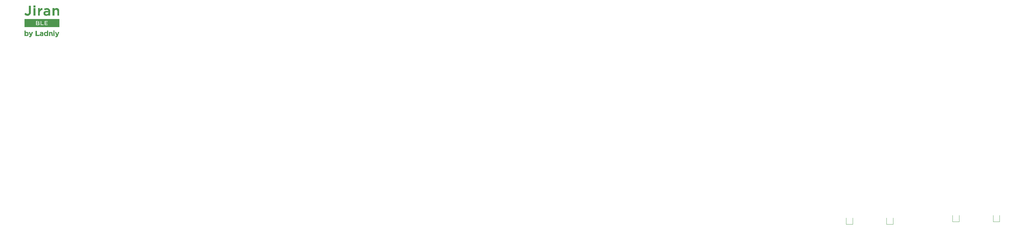
<source format=gto>
%TF.GenerationSoftware,KiCad,Pcbnew,(5.1.7)-1*%
%TF.CreationDate,2021-02-08T18:02:38+08:00*%
%TF.ProjectId,jiran-ble,6a697261-6e2d-4626-9c65-2e6b69636164,rev?*%
%TF.SameCoordinates,Original*%
%TF.FileFunction,Legend,Top*%
%TF.FilePolarity,Positive*%
%FSLAX46Y46*%
G04 Gerber Fmt 4.6, Leading zero omitted, Abs format (unit mm)*
G04 Created by KiCad (PCBNEW (5.1.7)-1) date 2021-02-08 18:02:38*
%MOMM*%
%LPD*%
G01*
G04 APERTURE LIST*
%ADD10C,0.120000*%
%ADD11C,0.010000*%
%ADD12R,0.650000X1.000000*%
%ADD13R,1.000000X0.650000*%
%ADD14C,3.987800*%
%ADD15C,3.000000*%
%ADD16C,1.750000*%
%ADD17R,0.900000X0.900000*%
%ADD18R,0.900000X0.500000*%
%ADD19C,1.000000*%
%ADD20R,0.300000X1.250000*%
%ADD21R,0.540000X1.250000*%
%ADD22O,1.700000X1.700000*%
%ADD23R,1.700000X1.700000*%
%ADD24C,4.200000*%
G04 APERTURE END LIST*
D10*
%TO.C,LED4*%
X205542000Y-72503750D02*
X207462000Y-72503750D01*
X207462000Y-72503750D02*
X207462000Y-70643750D01*
X205542000Y-70643750D02*
X205542000Y-72503750D01*
%TO.C,LED3*%
X193667500Y-72503750D02*
X195587500Y-72503750D01*
X195587500Y-72503750D02*
X195587500Y-70643750D01*
X193667500Y-70643750D02*
X193667500Y-72503750D01*
%TO.C,LED2*%
X162393750Y-71437500D02*
X162393750Y-73297500D01*
X164313750Y-73297500D02*
X164313750Y-71437500D01*
X162393750Y-73297500D02*
X164313750Y-73297500D01*
%TO.C,LED1*%
X174268250Y-71437500D02*
X174268250Y-73297500D01*
X176188250Y-73297500D02*
X176188250Y-71437500D01*
X174268250Y-73297500D02*
X176188250Y-73297500D01*
D11*
%TO.C,G2*%
G36*
X-75061422Y-13777158D02*
G01*
X-74993286Y-13779055D01*
X-74941054Y-13781771D01*
X-74901805Y-13785939D01*
X-74872615Y-13792195D01*
X-74850563Y-13801174D01*
X-74832725Y-13813511D01*
X-74816179Y-13829840D01*
X-74815513Y-13830574D01*
X-74799658Y-13859979D01*
X-74792881Y-13898377D01*
X-74795833Y-13937919D01*
X-74804500Y-13962986D01*
X-74819345Y-13985355D01*
X-74839524Y-14002726D01*
X-74867429Y-14015766D01*
X-74905454Y-14025142D01*
X-74955989Y-14031521D01*
X-75021428Y-14035569D01*
X-75070837Y-14037208D01*
X-75233235Y-14041407D01*
X-75233235Y-13773369D01*
X-75061422Y-13777158D01*
G37*
X-75061422Y-13777158D02*
X-74993286Y-13779055D01*
X-74941054Y-13781771D01*
X-74901805Y-13785939D01*
X-74872615Y-13792195D01*
X-74850563Y-13801174D01*
X-74832725Y-13813511D01*
X-74816179Y-13829840D01*
X-74815513Y-13830574D01*
X-74799658Y-13859979D01*
X-74792881Y-13898377D01*
X-74795833Y-13937919D01*
X-74804500Y-13962986D01*
X-74819345Y-13985355D01*
X-74839524Y-14002726D01*
X-74867429Y-14015766D01*
X-74905454Y-14025142D01*
X-74955989Y-14031521D01*
X-75021428Y-14035569D01*
X-75070837Y-14037208D01*
X-75233235Y-14041407D01*
X-75233235Y-13773369D01*
X-75061422Y-13777158D01*
G36*
X-74971364Y-14265672D02*
G01*
X-74907723Y-14268052D01*
X-74858013Y-14272582D01*
X-74819802Y-14279724D01*
X-74790663Y-14289938D01*
X-74768165Y-14303686D01*
X-74749878Y-14321428D01*
X-74749101Y-14322344D01*
X-74731943Y-14349287D01*
X-74725385Y-14380685D01*
X-74724997Y-14395151D01*
X-74729659Y-14440338D01*
X-74745115Y-14473166D01*
X-74774073Y-14498279D01*
X-74790432Y-14507401D01*
X-74805412Y-14514454D01*
X-74820498Y-14519743D01*
X-74838579Y-14523520D01*
X-74862546Y-14526039D01*
X-74895290Y-14527550D01*
X-74939701Y-14528308D01*
X-74998668Y-14528564D01*
X-75032821Y-14528584D01*
X-75233235Y-14528584D01*
X-75233235Y-14264981D01*
X-75051363Y-14264981D01*
X-74971364Y-14265672D01*
G37*
X-74971364Y-14265672D02*
X-74907723Y-14268052D01*
X-74858013Y-14272582D01*
X-74819802Y-14279724D01*
X-74790663Y-14289938D01*
X-74768165Y-14303686D01*
X-74749878Y-14321428D01*
X-74749101Y-14322344D01*
X-74731943Y-14349287D01*
X-74725385Y-14380685D01*
X-74724997Y-14395151D01*
X-74729659Y-14440338D01*
X-74745115Y-14473166D01*
X-74774073Y-14498279D01*
X-74790432Y-14507401D01*
X-74805412Y-14514454D01*
X-74820498Y-14519743D01*
X-74838579Y-14523520D01*
X-74862546Y-14526039D01*
X-74895290Y-14527550D01*
X-74939701Y-14528308D01*
X-74998668Y-14528564D01*
X-75032821Y-14528584D01*
X-75233235Y-14528584D01*
X-75233235Y-14264981D01*
X-75051363Y-14264981D01*
X-74971364Y-14265672D01*
G36*
X-75703954Y-9491890D02*
G01*
X-76212331Y-9491890D01*
X-76212331Y-9040000D01*
X-75703954Y-9040000D01*
X-75703954Y-9491890D01*
G37*
X-75703954Y-9491890D02*
X-76212331Y-9491890D01*
X-76212331Y-9040000D01*
X-75703954Y-9040000D01*
X-75703954Y-9491890D01*
G36*
X-69395285Y-9779407D02*
G01*
X-69347666Y-9780557D01*
X-69310440Y-9782980D01*
X-69279392Y-9787064D01*
X-69250309Y-9793195D01*
X-69222577Y-9800711D01*
X-69133257Y-9832046D01*
X-69056174Y-9871949D01*
X-68985445Y-9923865D01*
X-68938893Y-9966875D01*
X-68873811Y-10039480D01*
X-68823308Y-10114856D01*
X-68783465Y-10199258D01*
X-68769670Y-10236841D01*
X-68760645Y-10263911D01*
X-68752748Y-10289954D01*
X-68745904Y-10316376D01*
X-68740038Y-10344582D01*
X-68735074Y-10375978D01*
X-68730937Y-10411970D01*
X-68727552Y-10453963D01*
X-68724845Y-10503364D01*
X-68722740Y-10561577D01*
X-68721161Y-10630009D01*
X-68720034Y-10710065D01*
X-68719284Y-10803151D01*
X-68718835Y-10910672D01*
X-68718612Y-11034035D01*
X-68718541Y-11174645D01*
X-68718539Y-11193539D01*
X-68718483Y-11901971D01*
X-69198617Y-11901971D01*
X-69198780Y-11259440D01*
X-69198840Y-11126315D01*
X-69199014Y-11010566D01*
X-69199402Y-10910740D01*
X-69200103Y-10825386D01*
X-69201218Y-10753049D01*
X-69202845Y-10692279D01*
X-69205086Y-10641621D01*
X-69208039Y-10599623D01*
X-69211804Y-10564833D01*
X-69216482Y-10535799D01*
X-69222171Y-10511066D01*
X-69228972Y-10489184D01*
X-69236985Y-10468698D01*
X-69246308Y-10448157D01*
X-69255844Y-10428542D01*
X-69287076Y-10377225D01*
X-69326316Y-10329863D01*
X-69334710Y-10321580D01*
X-69395847Y-10272529D01*
X-69461502Y-10238043D01*
X-69535022Y-10216906D01*
X-69619756Y-10207901D01*
X-69648992Y-10207383D01*
X-69744661Y-10215332D01*
X-69830644Y-10239312D01*
X-69907446Y-10279522D01*
X-69975166Y-10335747D01*
X-70024594Y-10394426D01*
X-70061529Y-10459298D01*
X-70088866Y-10535664D01*
X-70093189Y-10551812D01*
X-70096854Y-10566913D01*
X-70100005Y-10582430D01*
X-70102681Y-10599839D01*
X-70104920Y-10620620D01*
X-70106762Y-10646249D01*
X-70108244Y-10678204D01*
X-70109405Y-10717964D01*
X-70110285Y-10767005D01*
X-70110921Y-10826806D01*
X-70111353Y-10898845D01*
X-70111619Y-10984599D01*
X-70111757Y-11085546D01*
X-70111808Y-11203164D01*
X-70111812Y-11263299D01*
X-70111812Y-11901971D01*
X-70591945Y-11901971D01*
X-70591945Y-9811979D01*
X-70112267Y-9811979D01*
X-70109686Y-9966900D01*
X-70107104Y-10121820D01*
X-70056440Y-10060228D01*
X-69970736Y-9970456D01*
X-69873771Y-9895363D01*
X-69766903Y-9835909D01*
X-69700038Y-9808656D01*
X-69669023Y-9797872D01*
X-69643168Y-9790107D01*
X-69618380Y-9784863D01*
X-69590571Y-9781641D01*
X-69555647Y-9779945D01*
X-69509520Y-9779277D01*
X-69457512Y-9779144D01*
X-69395285Y-9779407D01*
G37*
X-69395285Y-9779407D02*
X-69347666Y-9780557D01*
X-69310440Y-9782980D01*
X-69279392Y-9787064D01*
X-69250309Y-9793195D01*
X-69222577Y-9800711D01*
X-69133257Y-9832046D01*
X-69056174Y-9871949D01*
X-68985445Y-9923865D01*
X-68938893Y-9966875D01*
X-68873811Y-10039480D01*
X-68823308Y-10114856D01*
X-68783465Y-10199258D01*
X-68769670Y-10236841D01*
X-68760645Y-10263911D01*
X-68752748Y-10289954D01*
X-68745904Y-10316376D01*
X-68740038Y-10344582D01*
X-68735074Y-10375978D01*
X-68730937Y-10411970D01*
X-68727552Y-10453963D01*
X-68724845Y-10503364D01*
X-68722740Y-10561577D01*
X-68721161Y-10630009D01*
X-68720034Y-10710065D01*
X-68719284Y-10803151D01*
X-68718835Y-10910672D01*
X-68718612Y-11034035D01*
X-68718541Y-11174645D01*
X-68718539Y-11193539D01*
X-68718483Y-11901971D01*
X-69198617Y-11901971D01*
X-69198780Y-11259440D01*
X-69198840Y-11126315D01*
X-69199014Y-11010566D01*
X-69199402Y-10910740D01*
X-69200103Y-10825386D01*
X-69201218Y-10753049D01*
X-69202845Y-10692279D01*
X-69205086Y-10641621D01*
X-69208039Y-10599623D01*
X-69211804Y-10564833D01*
X-69216482Y-10535799D01*
X-69222171Y-10511066D01*
X-69228972Y-10489184D01*
X-69236985Y-10468698D01*
X-69246308Y-10448157D01*
X-69255844Y-10428542D01*
X-69287076Y-10377225D01*
X-69326316Y-10329863D01*
X-69334710Y-10321580D01*
X-69395847Y-10272529D01*
X-69461502Y-10238043D01*
X-69535022Y-10216906D01*
X-69619756Y-10207901D01*
X-69648992Y-10207383D01*
X-69744661Y-10215332D01*
X-69830644Y-10239312D01*
X-69907446Y-10279522D01*
X-69975166Y-10335747D01*
X-70024594Y-10394426D01*
X-70061529Y-10459298D01*
X-70088866Y-10535664D01*
X-70093189Y-10551812D01*
X-70096854Y-10566913D01*
X-70100005Y-10582430D01*
X-70102681Y-10599839D01*
X-70104920Y-10620620D01*
X-70106762Y-10646249D01*
X-70108244Y-10678204D01*
X-70109405Y-10717964D01*
X-70110285Y-10767005D01*
X-70110921Y-10826806D01*
X-70111353Y-10898845D01*
X-70111619Y-10984599D01*
X-70111757Y-11085546D01*
X-70111808Y-11203164D01*
X-70111812Y-11263299D01*
X-70111812Y-11901971D01*
X-70591945Y-11901971D01*
X-70591945Y-9811979D01*
X-70112267Y-9811979D01*
X-70109686Y-9966900D01*
X-70107104Y-10121820D01*
X-70056440Y-10060228D01*
X-69970736Y-9970456D01*
X-69873771Y-9895363D01*
X-69766903Y-9835909D01*
X-69700038Y-9808656D01*
X-69669023Y-9797872D01*
X-69643168Y-9790107D01*
X-69618380Y-9784863D01*
X-69590571Y-9781641D01*
X-69555647Y-9779945D01*
X-69509520Y-9779277D01*
X-69457512Y-9779144D01*
X-69395285Y-9779407D01*
G36*
X-73661033Y-10282698D02*
G01*
X-73722624Y-10282698D01*
X-73832798Y-10291733D01*
X-73937593Y-10318251D01*
X-74035357Y-10361366D01*
X-74124439Y-10420194D01*
X-74203187Y-10493852D01*
X-74264190Y-10572592D01*
X-74295579Y-10624095D01*
X-74321178Y-10676240D01*
X-74343334Y-10734622D01*
X-74364390Y-10804835D01*
X-74369443Y-10823700D01*
X-74373837Y-10841209D01*
X-74377555Y-10858751D01*
X-74380667Y-10878056D01*
X-74383245Y-10900852D01*
X-74385358Y-10928870D01*
X-74387077Y-10963838D01*
X-74388472Y-11007485D01*
X-74389614Y-11061540D01*
X-74390573Y-11127733D01*
X-74391421Y-11207792D01*
X-74392226Y-11303447D01*
X-74392947Y-11400656D01*
X-74396544Y-11901971D01*
X-74875488Y-11901971D01*
X-74875488Y-9811979D01*
X-74395355Y-9811979D01*
X-74395080Y-10040277D01*
X-74394805Y-10268576D01*
X-74355030Y-10193261D01*
X-74289944Y-10084609D01*
X-74218351Y-9993219D01*
X-74139603Y-9918456D01*
X-74053051Y-9859687D01*
X-73975360Y-9822813D01*
X-73914155Y-9803069D01*
X-73843947Y-9787267D01*
X-73773813Y-9777152D01*
X-73722624Y-9774321D01*
X-73661033Y-9774321D01*
X-73661033Y-10282698D01*
G37*
X-73661033Y-10282698D02*
X-73722624Y-10282698D01*
X-73832798Y-10291733D01*
X-73937593Y-10318251D01*
X-74035357Y-10361366D01*
X-74124439Y-10420194D01*
X-74203187Y-10493852D01*
X-74264190Y-10572592D01*
X-74295579Y-10624095D01*
X-74321178Y-10676240D01*
X-74343334Y-10734622D01*
X-74364390Y-10804835D01*
X-74369443Y-10823700D01*
X-74373837Y-10841209D01*
X-74377555Y-10858751D01*
X-74380667Y-10878056D01*
X-74383245Y-10900852D01*
X-74385358Y-10928870D01*
X-74387077Y-10963838D01*
X-74388472Y-11007485D01*
X-74389614Y-11061540D01*
X-74390573Y-11127733D01*
X-74391421Y-11207792D01*
X-74392226Y-11303447D01*
X-74392947Y-11400656D01*
X-74396544Y-11901971D01*
X-74875488Y-11901971D01*
X-74875488Y-9811979D01*
X-74395355Y-9811979D01*
X-74395080Y-10040277D01*
X-74394805Y-10268576D01*
X-74355030Y-10193261D01*
X-74289944Y-10084609D01*
X-74218351Y-9993219D01*
X-74139603Y-9918456D01*
X-74053051Y-9859687D01*
X-73975360Y-9822813D01*
X-73914155Y-9803069D01*
X-73843947Y-9787267D01*
X-73773813Y-9777152D01*
X-73722624Y-9774321D01*
X-73661033Y-9774321D01*
X-73661033Y-10282698D01*
G36*
X-75713368Y-11901971D02*
G01*
X-76202916Y-11901971D01*
X-76202916Y-9811979D01*
X-75713368Y-9811979D01*
X-75713368Y-11901971D01*
G37*
X-75713368Y-11901971D02*
X-76202916Y-11901971D01*
X-76202916Y-9811979D01*
X-75713368Y-9811979D01*
X-75713368Y-11901971D01*
G36*
X-77040796Y-10092304D02*
G01*
X-77040896Y-10259761D01*
X-77041192Y-10414720D01*
X-77041677Y-10556506D01*
X-77042346Y-10684444D01*
X-77043191Y-10797859D01*
X-77044207Y-10896075D01*
X-77045387Y-10978418D01*
X-77046724Y-11044213D01*
X-77048214Y-11092784D01*
X-77049849Y-11123457D01*
X-77050502Y-11130239D01*
X-77073314Y-11263316D01*
X-77108138Y-11383522D01*
X-77155750Y-11493091D01*
X-77205358Y-11577296D01*
X-77278875Y-11671791D01*
X-77364358Y-11752080D01*
X-77462179Y-11818418D01*
X-77572709Y-11871062D01*
X-77685761Y-11907571D01*
X-77725830Y-11917293D01*
X-77762892Y-11924318D01*
X-77801782Y-11929175D01*
X-77847336Y-11932390D01*
X-77904389Y-11934493D01*
X-77939869Y-11935315D01*
X-77997746Y-11935896D01*
X-78053542Y-11935389D01*
X-78102612Y-11933914D01*
X-78140311Y-11931589D01*
X-78155602Y-11929825D01*
X-78293041Y-11898896D01*
X-78424048Y-11850636D01*
X-78547221Y-11785858D01*
X-78661159Y-11705375D01*
X-78764462Y-11610001D01*
X-78824046Y-11541896D01*
X-78860000Y-11497202D01*
X-78718745Y-11348901D01*
X-78665994Y-11293387D01*
X-78624772Y-11250097D01*
X-78593396Y-11217836D01*
X-78570185Y-11195411D01*
X-78553457Y-11181628D01*
X-78541531Y-11175294D01*
X-78532723Y-11175215D01*
X-78525353Y-11180197D01*
X-78517739Y-11189047D01*
X-78508793Y-11199898D01*
X-78486446Y-11225857D01*
X-78466288Y-11250088D01*
X-78460943Y-11256758D01*
X-78437452Y-11281432D01*
X-78402238Y-11312182D01*
X-78359833Y-11345578D01*
X-78314768Y-11378192D01*
X-78271574Y-11406596D01*
X-78236861Y-11426324D01*
X-78151127Y-11462134D01*
X-78065291Y-11482044D01*
X-77979513Y-11487739D01*
X-77886269Y-11479914D01*
X-77803625Y-11456615D01*
X-77731838Y-11418100D01*
X-77671170Y-11364630D01*
X-77621878Y-11296464D01*
X-77584222Y-11213862D01*
X-77558460Y-11117085D01*
X-77549232Y-11055981D01*
X-77547729Y-11033232D01*
X-77546326Y-10992739D01*
X-77545032Y-10935586D01*
X-77543858Y-10862858D01*
X-77542813Y-10775639D01*
X-77541909Y-10675012D01*
X-77541154Y-10562063D01*
X-77540560Y-10437876D01*
X-77540136Y-10303535D01*
X-77539893Y-10160125D01*
X-77539836Y-10054399D01*
X-77539758Y-9134143D01*
X-77040796Y-9134143D01*
X-77040796Y-10092304D01*
G37*
X-77040796Y-10092304D02*
X-77040896Y-10259761D01*
X-77041192Y-10414720D01*
X-77041677Y-10556506D01*
X-77042346Y-10684444D01*
X-77043191Y-10797859D01*
X-77044207Y-10896075D01*
X-77045387Y-10978418D01*
X-77046724Y-11044213D01*
X-77048214Y-11092784D01*
X-77049849Y-11123457D01*
X-77050502Y-11130239D01*
X-77073314Y-11263316D01*
X-77108138Y-11383522D01*
X-77155750Y-11493091D01*
X-77205358Y-11577296D01*
X-77278875Y-11671791D01*
X-77364358Y-11752080D01*
X-77462179Y-11818418D01*
X-77572709Y-11871062D01*
X-77685761Y-11907571D01*
X-77725830Y-11917293D01*
X-77762892Y-11924318D01*
X-77801782Y-11929175D01*
X-77847336Y-11932390D01*
X-77904389Y-11934493D01*
X-77939869Y-11935315D01*
X-77997746Y-11935896D01*
X-78053542Y-11935389D01*
X-78102612Y-11933914D01*
X-78140311Y-11931589D01*
X-78155602Y-11929825D01*
X-78293041Y-11898896D01*
X-78424048Y-11850636D01*
X-78547221Y-11785858D01*
X-78661159Y-11705375D01*
X-78764462Y-11610001D01*
X-78824046Y-11541896D01*
X-78860000Y-11497202D01*
X-78718745Y-11348901D01*
X-78665994Y-11293387D01*
X-78624772Y-11250097D01*
X-78593396Y-11217836D01*
X-78570185Y-11195411D01*
X-78553457Y-11181628D01*
X-78541531Y-11175294D01*
X-78532723Y-11175215D01*
X-78525353Y-11180197D01*
X-78517739Y-11189047D01*
X-78508793Y-11199898D01*
X-78486446Y-11225857D01*
X-78466288Y-11250088D01*
X-78460943Y-11256758D01*
X-78437452Y-11281432D01*
X-78402238Y-11312182D01*
X-78359833Y-11345578D01*
X-78314768Y-11378192D01*
X-78271574Y-11406596D01*
X-78236861Y-11426324D01*
X-78151127Y-11462134D01*
X-78065291Y-11482044D01*
X-77979513Y-11487739D01*
X-77886269Y-11479914D01*
X-77803625Y-11456615D01*
X-77731838Y-11418100D01*
X-77671170Y-11364630D01*
X-77621878Y-11296464D01*
X-77584222Y-11213862D01*
X-77558460Y-11117085D01*
X-77549232Y-11055981D01*
X-77547729Y-11033232D01*
X-77546326Y-10992739D01*
X-77545032Y-10935586D01*
X-77543858Y-10862858D01*
X-77542813Y-10775639D01*
X-77541909Y-10675012D01*
X-77541154Y-10562063D01*
X-77540560Y-10437876D01*
X-77540136Y-10303535D01*
X-77539893Y-10160125D01*
X-77539836Y-10054399D01*
X-77539758Y-9134143D01*
X-77040796Y-9134143D01*
X-77040796Y-10092304D01*
G36*
X-72090252Y-9799921D02*
G01*
X-71958840Y-9825152D01*
X-71900544Y-9841824D01*
X-71790587Y-9886391D01*
X-71692044Y-9945781D01*
X-71605638Y-10019321D01*
X-71532097Y-10106334D01*
X-71472143Y-10206145D01*
X-71445437Y-10265718D01*
X-71432787Y-10298721D01*
X-71421696Y-10331376D01*
X-71412063Y-10365110D01*
X-71403787Y-10401347D01*
X-71396767Y-10441517D01*
X-71390903Y-10487043D01*
X-71386092Y-10539354D01*
X-71382234Y-10599875D01*
X-71379229Y-10670034D01*
X-71376975Y-10751255D01*
X-71375371Y-10844966D01*
X-71374316Y-10952594D01*
X-71373709Y-11075563D01*
X-71373450Y-11215302D01*
X-71373419Y-11282976D01*
X-71373339Y-11901971D01*
X-71844058Y-11901971D01*
X-71844058Y-11645285D01*
X-71917936Y-11715868D01*
X-72006541Y-11790394D01*
X-72100744Y-11849265D01*
X-72202593Y-11893307D01*
X-72314137Y-11923351D01*
X-72437424Y-11940224D01*
X-72479528Y-11942968D01*
X-72529753Y-11944162D01*
X-72582327Y-11943305D01*
X-72628344Y-11940606D01*
X-72641956Y-11939179D01*
X-72756920Y-11917312D01*
X-72865437Y-11881624D01*
X-72964981Y-11833342D01*
X-73053029Y-11773698D01*
X-73127058Y-11703920D01*
X-73128724Y-11702036D01*
X-73183326Y-11628417D01*
X-73223457Y-11547230D01*
X-73249637Y-11456768D01*
X-73262389Y-11355324D01*
X-73263041Y-11275915D01*
X-72790203Y-11275915D01*
X-72789753Y-11320489D01*
X-72787670Y-11351892D01*
X-72782857Y-11375772D01*
X-72774215Y-11397781D01*
X-72761960Y-11421190D01*
X-72720368Y-11477532D01*
X-72664595Y-11523634D01*
X-72596588Y-11558978D01*
X-72518291Y-11583044D01*
X-72431649Y-11595313D01*
X-72338607Y-11595267D01*
X-72241111Y-11582386D01*
X-72195956Y-11572176D01*
X-72107141Y-11541286D01*
X-72026871Y-11497071D01*
X-71957594Y-11441416D01*
X-71901760Y-11376207D01*
X-71869558Y-11320858D01*
X-71857336Y-11294261D01*
X-71848953Y-11272157D01*
X-71843685Y-11249993D01*
X-71840811Y-11223214D01*
X-71839607Y-11187265D01*
X-71839352Y-11137592D01*
X-71839351Y-11130446D01*
X-71839351Y-11003806D01*
X-71909118Y-10981908D01*
X-71998045Y-10957745D01*
X-72087993Y-10941426D01*
X-72184581Y-10932185D01*
X-72293426Y-10929259D01*
X-72295948Y-10929260D01*
X-72358297Y-10929805D01*
X-72406555Y-10931617D01*
X-72445441Y-10935133D01*
X-72479673Y-10940788D01*
X-72513972Y-10949022D01*
X-72516375Y-10949673D01*
X-72600599Y-10979064D01*
X-72668840Y-11017301D01*
X-72722102Y-11065110D01*
X-72761390Y-11123215D01*
X-72763936Y-11128282D01*
X-72776355Y-11155607D01*
X-72784133Y-11180072D01*
X-72788324Y-11207603D01*
X-72789983Y-11244125D01*
X-72790203Y-11275915D01*
X-73263041Y-11275915D01*
X-73263157Y-11261793D01*
X-73253973Y-11157989D01*
X-73233763Y-11067201D01*
X-73201435Y-10986454D01*
X-73155895Y-10912769D01*
X-73118298Y-10866812D01*
X-73045617Y-10799693D01*
X-72958020Y-10742851D01*
X-72856582Y-10696618D01*
X-72742375Y-10661326D01*
X-72616471Y-10637305D01*
X-72479943Y-10624886D01*
X-72333864Y-10624402D01*
X-72333606Y-10624412D01*
X-72245192Y-10629915D01*
X-72154300Y-10639550D01*
X-72065275Y-10652597D01*
X-71982459Y-10668339D01*
X-71910196Y-10686056D01*
X-71857618Y-10703156D01*
X-71850464Y-10704449D01*
X-71846099Y-10699621D01*
X-71844142Y-10685601D01*
X-71844212Y-10659314D01*
X-71845929Y-10617689D01*
X-71846236Y-10611354D01*
X-71857751Y-10517748D01*
X-71882735Y-10436849D01*
X-71921484Y-10368369D01*
X-71974297Y-10312022D01*
X-72041471Y-10267521D01*
X-72123303Y-10234578D01*
X-72220091Y-10212907D01*
X-72265223Y-10207102D01*
X-72356416Y-10203130D01*
X-72458813Y-10208204D01*
X-72567552Y-10221556D01*
X-72677770Y-10242415D01*
X-72784603Y-10270015D01*
X-72883190Y-10303584D01*
X-72888556Y-10305699D01*
X-72919565Y-10316750D01*
X-72943482Y-10322906D01*
X-72955326Y-10322900D01*
X-72955493Y-10322736D01*
X-72960326Y-10312037D01*
X-72970182Y-10286301D01*
X-72984047Y-10248325D01*
X-73000901Y-10200905D01*
X-73019727Y-10146838D01*
X-73023651Y-10135438D01*
X-73085566Y-9955227D01*
X-72999078Y-9922147D01*
X-72844943Y-9870056D01*
X-72688763Y-9830425D01*
X-72532872Y-9803426D01*
X-72379601Y-9789228D01*
X-72231283Y-9788003D01*
X-72090252Y-9799921D01*
G37*
X-72090252Y-9799921D02*
X-71958840Y-9825152D01*
X-71900544Y-9841824D01*
X-71790587Y-9886391D01*
X-71692044Y-9945781D01*
X-71605638Y-10019321D01*
X-71532097Y-10106334D01*
X-71472143Y-10206145D01*
X-71445437Y-10265718D01*
X-71432787Y-10298721D01*
X-71421696Y-10331376D01*
X-71412063Y-10365110D01*
X-71403787Y-10401347D01*
X-71396767Y-10441517D01*
X-71390903Y-10487043D01*
X-71386092Y-10539354D01*
X-71382234Y-10599875D01*
X-71379229Y-10670034D01*
X-71376975Y-10751255D01*
X-71375371Y-10844966D01*
X-71374316Y-10952594D01*
X-71373709Y-11075563D01*
X-71373450Y-11215302D01*
X-71373419Y-11282976D01*
X-71373339Y-11901971D01*
X-71844058Y-11901971D01*
X-71844058Y-11645285D01*
X-71917936Y-11715868D01*
X-72006541Y-11790394D01*
X-72100744Y-11849265D01*
X-72202593Y-11893307D01*
X-72314137Y-11923351D01*
X-72437424Y-11940224D01*
X-72479528Y-11942968D01*
X-72529753Y-11944162D01*
X-72582327Y-11943305D01*
X-72628344Y-11940606D01*
X-72641956Y-11939179D01*
X-72756920Y-11917312D01*
X-72865437Y-11881624D01*
X-72964981Y-11833342D01*
X-73053029Y-11773698D01*
X-73127058Y-11703920D01*
X-73128724Y-11702036D01*
X-73183326Y-11628417D01*
X-73223457Y-11547230D01*
X-73249637Y-11456768D01*
X-73262389Y-11355324D01*
X-73263041Y-11275915D01*
X-72790203Y-11275915D01*
X-72789753Y-11320489D01*
X-72787670Y-11351892D01*
X-72782857Y-11375772D01*
X-72774215Y-11397781D01*
X-72761960Y-11421190D01*
X-72720368Y-11477532D01*
X-72664595Y-11523634D01*
X-72596588Y-11558978D01*
X-72518291Y-11583044D01*
X-72431649Y-11595313D01*
X-72338607Y-11595267D01*
X-72241111Y-11582386D01*
X-72195956Y-11572176D01*
X-72107141Y-11541286D01*
X-72026871Y-11497071D01*
X-71957594Y-11441416D01*
X-71901760Y-11376207D01*
X-71869558Y-11320858D01*
X-71857336Y-11294261D01*
X-71848953Y-11272157D01*
X-71843685Y-11249993D01*
X-71840811Y-11223214D01*
X-71839607Y-11187265D01*
X-71839352Y-11137592D01*
X-71839351Y-11130446D01*
X-71839351Y-11003806D01*
X-71909118Y-10981908D01*
X-71998045Y-10957745D01*
X-72087993Y-10941426D01*
X-72184581Y-10932185D01*
X-72293426Y-10929259D01*
X-72295948Y-10929260D01*
X-72358297Y-10929805D01*
X-72406555Y-10931617D01*
X-72445441Y-10935133D01*
X-72479673Y-10940788D01*
X-72513972Y-10949022D01*
X-72516375Y-10949673D01*
X-72600599Y-10979064D01*
X-72668840Y-11017301D01*
X-72722102Y-11065110D01*
X-72761390Y-11123215D01*
X-72763936Y-11128282D01*
X-72776355Y-11155607D01*
X-72784133Y-11180072D01*
X-72788324Y-11207603D01*
X-72789983Y-11244125D01*
X-72790203Y-11275915D01*
X-73263041Y-11275915D01*
X-73263157Y-11261793D01*
X-73253973Y-11157989D01*
X-73233763Y-11067201D01*
X-73201435Y-10986454D01*
X-73155895Y-10912769D01*
X-73118298Y-10866812D01*
X-73045617Y-10799693D01*
X-72958020Y-10742851D01*
X-72856582Y-10696618D01*
X-72742375Y-10661326D01*
X-72616471Y-10637305D01*
X-72479943Y-10624886D01*
X-72333864Y-10624402D01*
X-72333606Y-10624412D01*
X-72245192Y-10629915D01*
X-72154300Y-10639550D01*
X-72065275Y-10652597D01*
X-71982459Y-10668339D01*
X-71910196Y-10686056D01*
X-71857618Y-10703156D01*
X-71850464Y-10704449D01*
X-71846099Y-10699621D01*
X-71844142Y-10685601D01*
X-71844212Y-10659314D01*
X-71845929Y-10617689D01*
X-71846236Y-10611354D01*
X-71857751Y-10517748D01*
X-71882735Y-10436849D01*
X-71921484Y-10368369D01*
X-71974297Y-10312022D01*
X-72041471Y-10267521D01*
X-72123303Y-10234578D01*
X-72220091Y-10212907D01*
X-72265223Y-10207102D01*
X-72356416Y-10203130D01*
X-72458813Y-10208204D01*
X-72567552Y-10221556D01*
X-72677770Y-10242415D01*
X-72784603Y-10270015D01*
X-72883190Y-10303584D01*
X-72888556Y-10305699D01*
X-72919565Y-10316750D01*
X-72943482Y-10322906D01*
X-72955326Y-10322900D01*
X-72955493Y-10322736D01*
X-72960326Y-10312037D01*
X-72970182Y-10286301D01*
X-72984047Y-10248325D01*
X-73000901Y-10200905D01*
X-73019727Y-10146838D01*
X-73023651Y-10135438D01*
X-73085566Y-9955227D01*
X-72999078Y-9922147D01*
X-72844943Y-9870056D01*
X-72688763Y-9830425D01*
X-72532872Y-9803426D01*
X-72379601Y-9789228D01*
X-72231283Y-9788003D01*
X-72090252Y-9799921D01*
G36*
X-68709069Y-15309977D02*
G01*
X-78838943Y-15309977D01*
X-78838943Y-13540074D01*
X-75496838Y-13540074D01*
X-75496838Y-14773358D01*
X-75150859Y-14773194D01*
X-75051300Y-14772956D01*
X-74968741Y-14772304D01*
X-74901360Y-14771178D01*
X-74847332Y-14769516D01*
X-74804832Y-14767259D01*
X-74772036Y-14764344D01*
X-74747120Y-14760712D01*
X-74741321Y-14759562D01*
X-74655532Y-14733980D01*
X-74583618Y-14696716D01*
X-74526145Y-14648156D01*
X-74483681Y-14588691D01*
X-74479019Y-14579625D01*
X-74463292Y-14545117D01*
X-74454173Y-14515936D01*
X-74449904Y-14484053D01*
X-74448727Y-14441440D01*
X-74448727Y-14441293D01*
X-74454931Y-14361330D01*
X-74474839Y-14293676D01*
X-74509297Y-14236884D01*
X-74559153Y-14189506D01*
X-74616740Y-14154297D01*
X-74670624Y-14127050D01*
X-74629697Y-14096952D01*
X-74586052Y-14056684D01*
X-74550566Y-14008150D01*
X-74528050Y-13957999D01*
X-74527296Y-13955373D01*
X-74522272Y-13927608D01*
X-74518824Y-13890078D01*
X-74517794Y-13858162D01*
X-74526282Y-13781990D01*
X-74551266Y-13714097D01*
X-74591824Y-13655602D01*
X-74647038Y-13607629D01*
X-74715987Y-13571297D01*
X-74766847Y-13554685D01*
X-74785596Y-13550644D01*
X-74808962Y-13547387D01*
X-74838974Y-13544839D01*
X-74877663Y-13542922D01*
X-74927057Y-13541563D01*
X-74989186Y-13540686D01*
X-75066081Y-13540214D01*
X-75159771Y-13540074D01*
X-74159996Y-13540074D01*
X-74159996Y-14773358D01*
X-73275044Y-14773358D01*
X-73275044Y-14528584D01*
X-73886978Y-14528584D01*
X-73886978Y-13540074D01*
X-73011441Y-13540074D01*
X-73011441Y-14773358D01*
X-72070003Y-14773358D01*
X-72070003Y-14528584D01*
X-72738424Y-14528584D01*
X-72738424Y-14274395D01*
X-72154732Y-14274395D01*
X-72154732Y-14029621D01*
X-72738424Y-14029621D01*
X-72738424Y-13784848D01*
X-72079417Y-13784848D01*
X-72079417Y-13540074D01*
X-73011441Y-13540074D01*
X-73886978Y-13540074D01*
X-74159996Y-13540074D01*
X-75159771Y-13540074D01*
X-75496838Y-13540074D01*
X-78838943Y-13540074D01*
X-78838943Y-13003454D01*
X-68709069Y-13003454D01*
X-68709069Y-15309977D01*
G37*
X-68709069Y-15309977D02*
X-78838943Y-15309977D01*
X-78838943Y-13540074D01*
X-75496838Y-13540074D01*
X-75496838Y-14773358D01*
X-75150859Y-14773194D01*
X-75051300Y-14772956D01*
X-74968741Y-14772304D01*
X-74901360Y-14771178D01*
X-74847332Y-14769516D01*
X-74804832Y-14767259D01*
X-74772036Y-14764344D01*
X-74747120Y-14760712D01*
X-74741321Y-14759562D01*
X-74655532Y-14733980D01*
X-74583618Y-14696716D01*
X-74526145Y-14648156D01*
X-74483681Y-14588691D01*
X-74479019Y-14579625D01*
X-74463292Y-14545117D01*
X-74454173Y-14515936D01*
X-74449904Y-14484053D01*
X-74448727Y-14441440D01*
X-74448727Y-14441293D01*
X-74454931Y-14361330D01*
X-74474839Y-14293676D01*
X-74509297Y-14236884D01*
X-74559153Y-14189506D01*
X-74616740Y-14154297D01*
X-74670624Y-14127050D01*
X-74629697Y-14096952D01*
X-74586052Y-14056684D01*
X-74550566Y-14008150D01*
X-74528050Y-13957999D01*
X-74527296Y-13955373D01*
X-74522272Y-13927608D01*
X-74518824Y-13890078D01*
X-74517794Y-13858162D01*
X-74526282Y-13781990D01*
X-74551266Y-13714097D01*
X-74591824Y-13655602D01*
X-74647038Y-13607629D01*
X-74715987Y-13571297D01*
X-74766847Y-13554685D01*
X-74785596Y-13550644D01*
X-74808962Y-13547387D01*
X-74838974Y-13544839D01*
X-74877663Y-13542922D01*
X-74927057Y-13541563D01*
X-74989186Y-13540686D01*
X-75066081Y-13540214D01*
X-75159771Y-13540074D01*
X-74159996Y-13540074D01*
X-74159996Y-14773358D01*
X-73275044Y-14773358D01*
X-73275044Y-14528584D01*
X-73886978Y-14528584D01*
X-73886978Y-13540074D01*
X-73011441Y-13540074D01*
X-73011441Y-14773358D01*
X-72070003Y-14773358D01*
X-72070003Y-14528584D01*
X-72738424Y-14528584D01*
X-72738424Y-14274395D01*
X-72154732Y-14274395D01*
X-72154732Y-14029621D01*
X-72738424Y-14029621D01*
X-72738424Y-13784848D01*
X-72079417Y-13784848D01*
X-72079417Y-13540074D01*
X-73011441Y-13540074D01*
X-73886978Y-13540074D01*
X-74159996Y-13540074D01*
X-75159771Y-13540074D01*
X-75496838Y-13540074D01*
X-78838943Y-13540074D01*
X-78838943Y-13003454D01*
X-68709069Y-13003454D01*
X-68709069Y-15309977D01*
G36*
X-70074154Y-16618576D02*
G01*
X-70347171Y-16618576D01*
X-70347171Y-16373802D01*
X-70074154Y-16373802D01*
X-70074154Y-16618576D01*
G37*
X-70074154Y-16618576D02*
X-70347171Y-16618576D01*
X-70347171Y-16373802D01*
X-70074154Y-16373802D01*
X-70074154Y-16618576D01*
G36*
X-70083569Y-17908346D02*
G01*
X-70347171Y-17908346D01*
X-70347171Y-16788035D01*
X-70083569Y-16788035D01*
X-70083569Y-17908346D01*
G37*
X-70083569Y-17908346D02*
X-70347171Y-17908346D01*
X-70347171Y-16788035D01*
X-70083569Y-16788035D01*
X-70083569Y-17908346D01*
G36*
X-71053250Y-16774153D02*
G01*
X-71001635Y-16774902D01*
X-70963447Y-16777367D01*
X-70933309Y-16782270D01*
X-70905845Y-16790335D01*
X-70890883Y-16796000D01*
X-70824726Y-16832290D01*
X-70767558Y-16883654D01*
X-70721059Y-16947812D01*
X-70686908Y-17022487D01*
X-70667807Y-17098710D01*
X-70665476Y-17122863D01*
X-70663368Y-17163627D01*
X-70661532Y-17218784D01*
X-70660018Y-17286116D01*
X-70658878Y-17363406D01*
X-70658160Y-17448435D01*
X-70657917Y-17534125D01*
X-70657846Y-17908346D01*
X-70912034Y-17908346D01*
X-70912221Y-17595318D01*
X-70912546Y-17517062D01*
X-70913381Y-17441982D01*
X-70914654Y-17372899D01*
X-70916296Y-17312636D01*
X-70918236Y-17264016D01*
X-70920402Y-17229861D01*
X-70921655Y-17218328D01*
X-70938923Y-17146096D01*
X-70967766Y-17088697D01*
X-71008312Y-17046014D01*
X-71060688Y-17017931D01*
X-71125022Y-17004331D01*
X-71157612Y-17002904D01*
X-71227867Y-17010794D01*
X-71287534Y-17034136D01*
X-71336039Y-17072440D01*
X-71372812Y-17125216D01*
X-71397282Y-17191974D01*
X-71401694Y-17212272D01*
X-71403913Y-17233340D01*
X-71405943Y-17270630D01*
X-71407718Y-17321534D01*
X-71409173Y-17383447D01*
X-71410244Y-17453762D01*
X-71410864Y-17529872D01*
X-71410996Y-17584835D01*
X-71410996Y-17908346D01*
X-71665185Y-17908346D01*
X-71665185Y-16788035D01*
X-71410996Y-16788035D01*
X-71410996Y-16868057D01*
X-71410696Y-16904222D01*
X-71409895Y-16931880D01*
X-71408743Y-16946708D01*
X-71408234Y-16948080D01*
X-71400725Y-16941981D01*
X-71383020Y-16925688D01*
X-71358350Y-16902202D01*
X-71346728Y-16890952D01*
X-71292598Y-16845248D01*
X-71235865Y-16809414D01*
X-71224749Y-16803869D01*
X-71196029Y-16790813D01*
X-71172190Y-16782237D01*
X-71147902Y-16777216D01*
X-71117833Y-16774828D01*
X-71076652Y-16774148D01*
X-71053250Y-16774153D01*
G37*
X-71053250Y-16774153D02*
X-71001635Y-16774902D01*
X-70963447Y-16777367D01*
X-70933309Y-16782270D01*
X-70905845Y-16790335D01*
X-70890883Y-16796000D01*
X-70824726Y-16832290D01*
X-70767558Y-16883654D01*
X-70721059Y-16947812D01*
X-70686908Y-17022487D01*
X-70667807Y-17098710D01*
X-70665476Y-17122863D01*
X-70663368Y-17163627D01*
X-70661532Y-17218784D01*
X-70660018Y-17286116D01*
X-70658878Y-17363406D01*
X-70658160Y-17448435D01*
X-70657917Y-17534125D01*
X-70657846Y-17908346D01*
X-70912034Y-17908346D01*
X-70912221Y-17595318D01*
X-70912546Y-17517062D01*
X-70913381Y-17441982D01*
X-70914654Y-17372899D01*
X-70916296Y-17312636D01*
X-70918236Y-17264016D01*
X-70920402Y-17229861D01*
X-70921655Y-17218328D01*
X-70938923Y-17146096D01*
X-70967766Y-17088697D01*
X-71008312Y-17046014D01*
X-71060688Y-17017931D01*
X-71125022Y-17004331D01*
X-71157612Y-17002904D01*
X-71227867Y-17010794D01*
X-71287534Y-17034136D01*
X-71336039Y-17072440D01*
X-71372812Y-17125216D01*
X-71397282Y-17191974D01*
X-71401694Y-17212272D01*
X-71403913Y-17233340D01*
X-71405943Y-17270630D01*
X-71407718Y-17321534D01*
X-71409173Y-17383447D01*
X-71410244Y-17453762D01*
X-71410864Y-17529872D01*
X-71410996Y-17584835D01*
X-71410996Y-17908346D01*
X-71665185Y-17908346D01*
X-71665185Y-16788035D01*
X-71410996Y-16788035D01*
X-71410996Y-16868057D01*
X-71410696Y-16904222D01*
X-71409895Y-16931880D01*
X-71408743Y-16946708D01*
X-71408234Y-16948080D01*
X-71400725Y-16941981D01*
X-71383020Y-16925688D01*
X-71358350Y-16902202D01*
X-71346728Y-16890952D01*
X-71292598Y-16845248D01*
X-71235865Y-16809414D01*
X-71224749Y-16803869D01*
X-71196029Y-16790813D01*
X-71172190Y-16782237D01*
X-71147902Y-16777216D01*
X-71117833Y-16774828D01*
X-71076652Y-16774148D01*
X-71053250Y-16774153D01*
G36*
X-75308550Y-17672987D02*
G01*
X-74527156Y-17672987D01*
X-74527156Y-17908346D01*
X-75572153Y-17908346D01*
X-75572153Y-16430289D01*
X-75308550Y-16430289D01*
X-75308550Y-17672987D01*
G37*
X-75308550Y-17672987D02*
X-74527156Y-17672987D01*
X-74527156Y-17908346D01*
X-75572153Y-17908346D01*
X-75572153Y-16430289D01*
X-75308550Y-16430289D01*
X-75308550Y-17672987D01*
G36*
X-71975859Y-17908346D02*
G01*
X-72230047Y-17908346D01*
X-72230507Y-17724766D01*
X-72272779Y-17773367D01*
X-72339150Y-17836973D01*
X-72412902Y-17883372D01*
X-72494643Y-17912835D01*
X-72584983Y-17925631D01*
X-72618094Y-17926230D01*
X-72661533Y-17924894D01*
X-72702029Y-17922148D01*
X-72732901Y-17918494D01*
X-72740680Y-17916982D01*
X-72784155Y-17902252D01*
X-72835010Y-17878158D01*
X-72886881Y-17848205D01*
X-72933405Y-17815900D01*
X-72951900Y-17800647D01*
X-73014012Y-17733730D01*
X-73065184Y-17653806D01*
X-73102475Y-17566203D01*
X-73112549Y-17534100D01*
X-73119560Y-17505949D01*
X-73124052Y-17477069D01*
X-73126571Y-17442779D01*
X-73127663Y-17398400D01*
X-73127777Y-17371495D01*
X-72871982Y-17371495D01*
X-72864614Y-17443212D01*
X-72847550Y-17506517D01*
X-72843007Y-17517526D01*
X-72818956Y-17558663D01*
X-72784174Y-17602032D01*
X-72744543Y-17640999D01*
X-72711858Y-17665445D01*
X-72647345Y-17694673D01*
X-72576643Y-17708018D01*
X-72504596Y-17704856D01*
X-72469043Y-17696731D01*
X-72400059Y-17666737D01*
X-72339803Y-17621513D01*
X-72290666Y-17563559D01*
X-72255038Y-17495375D01*
X-72243843Y-17461258D01*
X-72231711Y-17387744D01*
X-72232413Y-17310064D01*
X-72245466Y-17235154D01*
X-72263042Y-17185029D01*
X-72294711Y-17131626D01*
X-72338605Y-17080856D01*
X-72389246Y-17038240D01*
X-72434691Y-17012022D01*
X-72486372Y-16996956D01*
X-72546998Y-16991444D01*
X-72609212Y-16995618D01*
X-72660864Y-17007901D01*
X-72709216Y-17032007D01*
X-72757834Y-17068993D01*
X-72801178Y-17113828D01*
X-72833710Y-17161479D01*
X-72836981Y-17167875D01*
X-72858059Y-17227626D01*
X-72869762Y-17297566D01*
X-72871982Y-17371495D01*
X-73127777Y-17371495D01*
X-73127876Y-17348191D01*
X-73127577Y-17291240D01*
X-73126321Y-17248464D01*
X-73123570Y-17215213D01*
X-73118785Y-17186837D01*
X-73111430Y-17158686D01*
X-73102820Y-17131660D01*
X-73062969Y-17038982D01*
X-73009757Y-16958111D01*
X-72944669Y-16890152D01*
X-72869194Y-16836215D01*
X-72784819Y-16797405D01*
X-72693030Y-16774832D01*
X-72616037Y-16769206D01*
X-72529149Y-16775110D01*
X-72453221Y-16793933D01*
X-72384114Y-16827343D01*
X-72317691Y-16877011D01*
X-72293594Y-16899236D01*
X-72230047Y-16960583D01*
X-72230047Y-16364388D01*
X-71975859Y-16364388D01*
X-71975859Y-17908346D01*
G37*
X-71975859Y-17908346D02*
X-72230047Y-17908346D01*
X-72230507Y-17724766D01*
X-72272779Y-17773367D01*
X-72339150Y-17836973D01*
X-72412902Y-17883372D01*
X-72494643Y-17912835D01*
X-72584983Y-17925631D01*
X-72618094Y-17926230D01*
X-72661533Y-17924894D01*
X-72702029Y-17922148D01*
X-72732901Y-17918494D01*
X-72740680Y-17916982D01*
X-72784155Y-17902252D01*
X-72835010Y-17878158D01*
X-72886881Y-17848205D01*
X-72933405Y-17815900D01*
X-72951900Y-17800647D01*
X-73014012Y-17733730D01*
X-73065184Y-17653806D01*
X-73102475Y-17566203D01*
X-73112549Y-17534100D01*
X-73119560Y-17505949D01*
X-73124052Y-17477069D01*
X-73126571Y-17442779D01*
X-73127663Y-17398400D01*
X-73127777Y-17371495D01*
X-72871982Y-17371495D01*
X-72864614Y-17443212D01*
X-72847550Y-17506517D01*
X-72843007Y-17517526D01*
X-72818956Y-17558663D01*
X-72784174Y-17602032D01*
X-72744543Y-17640999D01*
X-72711858Y-17665445D01*
X-72647345Y-17694673D01*
X-72576643Y-17708018D01*
X-72504596Y-17704856D01*
X-72469043Y-17696731D01*
X-72400059Y-17666737D01*
X-72339803Y-17621513D01*
X-72290666Y-17563559D01*
X-72255038Y-17495375D01*
X-72243843Y-17461258D01*
X-72231711Y-17387744D01*
X-72232413Y-17310064D01*
X-72245466Y-17235154D01*
X-72263042Y-17185029D01*
X-72294711Y-17131626D01*
X-72338605Y-17080856D01*
X-72389246Y-17038240D01*
X-72434691Y-17012022D01*
X-72486372Y-16996956D01*
X-72546998Y-16991444D01*
X-72609212Y-16995618D01*
X-72660864Y-17007901D01*
X-72709216Y-17032007D01*
X-72757834Y-17068993D01*
X-72801178Y-17113828D01*
X-72833710Y-17161479D01*
X-72836981Y-17167875D01*
X-72858059Y-17227626D01*
X-72869762Y-17297566D01*
X-72871982Y-17371495D01*
X-73127777Y-17371495D01*
X-73127876Y-17348191D01*
X-73127577Y-17291240D01*
X-73126321Y-17248464D01*
X-73123570Y-17215213D01*
X-73118785Y-17186837D01*
X-73111430Y-17158686D01*
X-73102820Y-17131660D01*
X-73062969Y-17038982D01*
X-73009757Y-16958111D01*
X-72944669Y-16890152D01*
X-72869194Y-16836215D01*
X-72784819Y-16797405D01*
X-72693030Y-16774832D01*
X-72616037Y-16769206D01*
X-72529149Y-16775110D01*
X-72453221Y-16793933D01*
X-72384114Y-16827343D01*
X-72317691Y-16877011D01*
X-72293594Y-16899236D01*
X-72230047Y-16960583D01*
X-72230047Y-16364388D01*
X-71975859Y-16364388D01*
X-71975859Y-17908346D01*
G36*
X-73791579Y-16778500D02*
G01*
X-73733824Y-16783985D01*
X-73689949Y-16792161D01*
X-73604333Y-16822617D01*
X-73532930Y-16865082D01*
X-73474925Y-16920369D01*
X-73429504Y-16989292D01*
X-73395856Y-17072664D01*
X-73390289Y-17091793D01*
X-73386162Y-17108918D01*
X-73382789Y-17128584D01*
X-73380095Y-17152773D01*
X-73378007Y-17183465D01*
X-73376450Y-17222640D01*
X-73375350Y-17272278D01*
X-73374635Y-17334359D01*
X-73374229Y-17410865D01*
X-73374058Y-17503774D01*
X-73374045Y-17527064D01*
X-73373895Y-17903639D01*
X-73498635Y-17906266D01*
X-73623376Y-17908893D01*
X-73623376Y-17776328D01*
X-73675507Y-17818790D01*
X-73730453Y-17859402D01*
X-73782677Y-17888067D01*
X-73839629Y-17908683D01*
X-73855719Y-17913098D01*
X-73906521Y-17921899D01*
X-73967421Y-17925821D01*
X-74030683Y-17924876D01*
X-74088571Y-17919080D01*
X-74119978Y-17912629D01*
X-74199236Y-17882924D01*
X-74266684Y-17840188D01*
X-74320799Y-17785600D01*
X-74355151Y-17730805D01*
X-74367171Y-17704462D01*
X-74374828Y-17680837D01*
X-74379082Y-17654338D01*
X-74380895Y-17619368D01*
X-74381233Y-17578843D01*
X-74381109Y-17567115D01*
X-74131373Y-17567115D01*
X-74128337Y-17606604D01*
X-74120161Y-17639200D01*
X-74117641Y-17644725D01*
X-74093957Y-17675690D01*
X-74058753Y-17704544D01*
X-74019016Y-17725701D01*
X-74014073Y-17727529D01*
X-73982178Y-17734141D01*
X-73938556Y-17737391D01*
X-73890000Y-17737328D01*
X-73843300Y-17733997D01*
X-73805248Y-17727446D01*
X-73800250Y-17726052D01*
X-73745221Y-17702319D01*
X-73695109Y-17667482D01*
X-73655840Y-17625961D01*
X-73645878Y-17610879D01*
X-73632050Y-17583756D01*
X-73624163Y-17556742D01*
X-73620557Y-17522548D01*
X-73619768Y-17496147D01*
X-73618669Y-17424094D01*
X-73679862Y-17406584D01*
X-73729698Y-17396087D01*
X-73788791Y-17389454D01*
X-73851580Y-17386754D01*
X-73912503Y-17388055D01*
X-73966000Y-17393427D01*
X-74005370Y-17402535D01*
X-74052518Y-17426768D01*
X-74093838Y-17462275D01*
X-74121208Y-17500556D01*
X-74129065Y-17529008D01*
X-74131373Y-17567115D01*
X-74381109Y-17567115D01*
X-74380740Y-17532286D01*
X-74378621Y-17498950D01*
X-74373915Y-17473242D01*
X-74365662Y-17449566D01*
X-74355151Y-17426881D01*
X-74313465Y-17362941D01*
X-74256828Y-17310438D01*
X-74185260Y-17269382D01*
X-74098776Y-17239787D01*
X-74073649Y-17233928D01*
X-74019518Y-17226340D01*
X-73953117Y-17223046D01*
X-73880460Y-17223841D01*
X-73807558Y-17228521D01*
X-73740427Y-17236881D01*
X-73691630Y-17246928D01*
X-73623376Y-17264833D01*
X-73623468Y-17217075D01*
X-73628819Y-17174663D01*
X-73642836Y-17129473D01*
X-73662688Y-17088666D01*
X-73685543Y-17059407D01*
X-73685932Y-17059058D01*
X-73734299Y-17027982D01*
X-73795945Y-17007520D01*
X-73868531Y-16997775D01*
X-73949714Y-16998850D01*
X-74037153Y-17010850D01*
X-74128508Y-17033877D01*
X-74144117Y-17038849D01*
X-74178250Y-17049574D01*
X-74204712Y-17056986D01*
X-74219136Y-17059893D01*
X-74220503Y-17059671D01*
X-74226620Y-17046882D01*
X-74235738Y-17021422D01*
X-74246480Y-16987971D01*
X-74257472Y-16951206D01*
X-74267340Y-16915807D01*
X-74274708Y-16886453D01*
X-74278201Y-16867822D01*
X-74278022Y-16863911D01*
X-74266289Y-16856537D01*
X-74240296Y-16845845D01*
X-74204047Y-16833109D01*
X-74161542Y-16819602D01*
X-74116783Y-16806598D01*
X-74073771Y-16795370D01*
X-74037609Y-16787401D01*
X-73985348Y-16780392D01*
X-73923090Y-16776625D01*
X-73856584Y-16776021D01*
X-73791579Y-16778500D01*
G37*
X-73791579Y-16778500D02*
X-73733824Y-16783985D01*
X-73689949Y-16792161D01*
X-73604333Y-16822617D01*
X-73532930Y-16865082D01*
X-73474925Y-16920369D01*
X-73429504Y-16989292D01*
X-73395856Y-17072664D01*
X-73390289Y-17091793D01*
X-73386162Y-17108918D01*
X-73382789Y-17128584D01*
X-73380095Y-17152773D01*
X-73378007Y-17183465D01*
X-73376450Y-17222640D01*
X-73375350Y-17272278D01*
X-73374635Y-17334359D01*
X-73374229Y-17410865D01*
X-73374058Y-17503774D01*
X-73374045Y-17527064D01*
X-73373895Y-17903639D01*
X-73498635Y-17906266D01*
X-73623376Y-17908893D01*
X-73623376Y-17776328D01*
X-73675507Y-17818790D01*
X-73730453Y-17859402D01*
X-73782677Y-17888067D01*
X-73839629Y-17908683D01*
X-73855719Y-17913098D01*
X-73906521Y-17921899D01*
X-73967421Y-17925821D01*
X-74030683Y-17924876D01*
X-74088571Y-17919080D01*
X-74119978Y-17912629D01*
X-74199236Y-17882924D01*
X-74266684Y-17840188D01*
X-74320799Y-17785600D01*
X-74355151Y-17730805D01*
X-74367171Y-17704462D01*
X-74374828Y-17680837D01*
X-74379082Y-17654338D01*
X-74380895Y-17619368D01*
X-74381233Y-17578843D01*
X-74381109Y-17567115D01*
X-74131373Y-17567115D01*
X-74128337Y-17606604D01*
X-74120161Y-17639200D01*
X-74117641Y-17644725D01*
X-74093957Y-17675690D01*
X-74058753Y-17704544D01*
X-74019016Y-17725701D01*
X-74014073Y-17727529D01*
X-73982178Y-17734141D01*
X-73938556Y-17737391D01*
X-73890000Y-17737328D01*
X-73843300Y-17733997D01*
X-73805248Y-17727446D01*
X-73800250Y-17726052D01*
X-73745221Y-17702319D01*
X-73695109Y-17667482D01*
X-73655840Y-17625961D01*
X-73645878Y-17610879D01*
X-73632050Y-17583756D01*
X-73624163Y-17556742D01*
X-73620557Y-17522548D01*
X-73619768Y-17496147D01*
X-73618669Y-17424094D01*
X-73679862Y-17406584D01*
X-73729698Y-17396087D01*
X-73788791Y-17389454D01*
X-73851580Y-17386754D01*
X-73912503Y-17388055D01*
X-73966000Y-17393427D01*
X-74005370Y-17402535D01*
X-74052518Y-17426768D01*
X-74093838Y-17462275D01*
X-74121208Y-17500556D01*
X-74129065Y-17529008D01*
X-74131373Y-17567115D01*
X-74381109Y-17567115D01*
X-74380740Y-17532286D01*
X-74378621Y-17498950D01*
X-74373915Y-17473242D01*
X-74365662Y-17449566D01*
X-74355151Y-17426881D01*
X-74313465Y-17362941D01*
X-74256828Y-17310438D01*
X-74185260Y-17269382D01*
X-74098776Y-17239787D01*
X-74073649Y-17233928D01*
X-74019518Y-17226340D01*
X-73953117Y-17223046D01*
X-73880460Y-17223841D01*
X-73807558Y-17228521D01*
X-73740427Y-17236881D01*
X-73691630Y-17246928D01*
X-73623376Y-17264833D01*
X-73623468Y-17217075D01*
X-73628819Y-17174663D01*
X-73642836Y-17129473D01*
X-73662688Y-17088666D01*
X-73685543Y-17059407D01*
X-73685932Y-17059058D01*
X-73734299Y-17027982D01*
X-73795945Y-17007520D01*
X-73868531Y-16997775D01*
X-73949714Y-16998850D01*
X-74037153Y-17010850D01*
X-74128508Y-17033877D01*
X-74144117Y-17038849D01*
X-74178250Y-17049574D01*
X-74204712Y-17056986D01*
X-74219136Y-17059893D01*
X-74220503Y-17059671D01*
X-74226620Y-17046882D01*
X-74235738Y-17021422D01*
X-74246480Y-16987971D01*
X-74257472Y-16951206D01*
X-74267340Y-16915807D01*
X-74274708Y-16886453D01*
X-74278201Y-16867822D01*
X-74278022Y-16863911D01*
X-74266289Y-16856537D01*
X-74240296Y-16845845D01*
X-74204047Y-16833109D01*
X-74161542Y-16819602D01*
X-74116783Y-16806598D01*
X-74073771Y-16795370D01*
X-74037609Y-16787401D01*
X-73985348Y-16780392D01*
X-73923090Y-16776625D01*
X-73856584Y-16776021D01*
X-73791579Y-16778500D01*
G36*
X-78584755Y-16970277D02*
G01*
X-78525094Y-16909730D01*
X-78456780Y-16849780D01*
X-78386104Y-16807360D01*
X-78310069Y-16781183D01*
X-78225680Y-16769961D01*
X-78198389Y-16769318D01*
X-78102814Y-16778104D01*
X-78013256Y-16803987D01*
X-77931187Y-16845793D01*
X-77858077Y-16902348D01*
X-77795397Y-16972478D01*
X-77744618Y-17055008D01*
X-77707210Y-17148765D01*
X-77702409Y-17165290D01*
X-77694630Y-17200113D01*
X-77689627Y-17240181D01*
X-77687032Y-17289922D01*
X-77686479Y-17353759D01*
X-77686500Y-17357605D01*
X-77687232Y-17413561D01*
X-77689089Y-17455815D01*
X-77692710Y-17489486D01*
X-77698732Y-17519695D01*
X-77707793Y-17551563D01*
X-77712505Y-17566203D01*
X-77749755Y-17653075D01*
X-77800719Y-17731770D01*
X-77863127Y-17800100D01*
X-77934708Y-17855875D01*
X-78013190Y-17896907D01*
X-78076378Y-17916958D01*
X-78112186Y-17922162D01*
X-78159868Y-17925052D01*
X-78212707Y-17925633D01*
X-78263991Y-17923913D01*
X-78307004Y-17919898D01*
X-78324751Y-17916704D01*
X-78375467Y-17898925D01*
X-78430893Y-17869843D01*
X-78484550Y-17833297D01*
X-78525446Y-17797727D01*
X-78549933Y-17773882D01*
X-78569108Y-17756349D01*
X-78579313Y-17748450D01*
X-78579843Y-17748302D01*
X-78582063Y-17756995D01*
X-78583760Y-17780193D01*
X-78584670Y-17813572D01*
X-78584755Y-17828324D01*
X-78584755Y-17908346D01*
X-78838943Y-17908346D01*
X-78838943Y-17348191D01*
X-78580047Y-17348191D01*
X-78579579Y-17399096D01*
X-78577751Y-17435934D01*
X-78573926Y-17463453D01*
X-78567466Y-17486403D01*
X-78558685Y-17507485D01*
X-78516329Y-17578478D01*
X-78461332Y-17635611D01*
X-78394198Y-17678430D01*
X-78346702Y-17697591D01*
X-78302195Y-17705829D01*
X-78248611Y-17706420D01*
X-78193837Y-17699891D01*
X-78145758Y-17686769D01*
X-78138179Y-17683640D01*
X-78084748Y-17651474D01*
X-78034872Y-17605785D01*
X-77993723Y-17551809D01*
X-77976393Y-17519856D01*
X-77964721Y-17493181D01*
X-77956975Y-17469978D01*
X-77952358Y-17445203D01*
X-77950075Y-17413810D01*
X-77949330Y-17370756D01*
X-77949284Y-17347993D01*
X-77949542Y-17299311D01*
X-77950901Y-17264432D01*
X-77954241Y-17238331D01*
X-77960440Y-17215982D01*
X-77970376Y-17192360D01*
X-77979972Y-17172486D01*
X-78021104Y-17107916D01*
X-78072713Y-17056904D01*
X-78132269Y-17019906D01*
X-78197245Y-16997374D01*
X-78265110Y-16989763D01*
X-78333337Y-16997527D01*
X-78399396Y-17021121D01*
X-78460759Y-17060999D01*
X-78483807Y-17081996D01*
X-78511363Y-17114373D01*
X-78538315Y-17153729D01*
X-78552565Y-17179245D01*
X-78564351Y-17204511D01*
X-78572185Y-17226447D01*
X-78576869Y-17249974D01*
X-78579203Y-17280012D01*
X-78579987Y-17321481D01*
X-78580047Y-17348191D01*
X-78838943Y-17348191D01*
X-78838943Y-16364388D01*
X-78584755Y-16364388D01*
X-78584755Y-16970277D01*
G37*
X-78584755Y-16970277D02*
X-78525094Y-16909730D01*
X-78456780Y-16849780D01*
X-78386104Y-16807360D01*
X-78310069Y-16781183D01*
X-78225680Y-16769961D01*
X-78198389Y-16769318D01*
X-78102814Y-16778104D01*
X-78013256Y-16803987D01*
X-77931187Y-16845793D01*
X-77858077Y-16902348D01*
X-77795397Y-16972478D01*
X-77744618Y-17055008D01*
X-77707210Y-17148765D01*
X-77702409Y-17165290D01*
X-77694630Y-17200113D01*
X-77689627Y-17240181D01*
X-77687032Y-17289922D01*
X-77686479Y-17353759D01*
X-77686500Y-17357605D01*
X-77687232Y-17413561D01*
X-77689089Y-17455815D01*
X-77692710Y-17489486D01*
X-77698732Y-17519695D01*
X-77707793Y-17551563D01*
X-77712505Y-17566203D01*
X-77749755Y-17653075D01*
X-77800719Y-17731770D01*
X-77863127Y-17800100D01*
X-77934708Y-17855875D01*
X-78013190Y-17896907D01*
X-78076378Y-17916958D01*
X-78112186Y-17922162D01*
X-78159868Y-17925052D01*
X-78212707Y-17925633D01*
X-78263991Y-17923913D01*
X-78307004Y-17919898D01*
X-78324751Y-17916704D01*
X-78375467Y-17898925D01*
X-78430893Y-17869843D01*
X-78484550Y-17833297D01*
X-78525446Y-17797727D01*
X-78549933Y-17773882D01*
X-78569108Y-17756349D01*
X-78579313Y-17748450D01*
X-78579843Y-17748302D01*
X-78582063Y-17756995D01*
X-78583760Y-17780193D01*
X-78584670Y-17813572D01*
X-78584755Y-17828324D01*
X-78584755Y-17908346D01*
X-78838943Y-17908346D01*
X-78838943Y-17348191D01*
X-78580047Y-17348191D01*
X-78579579Y-17399096D01*
X-78577751Y-17435934D01*
X-78573926Y-17463453D01*
X-78567466Y-17486403D01*
X-78558685Y-17507485D01*
X-78516329Y-17578478D01*
X-78461332Y-17635611D01*
X-78394198Y-17678430D01*
X-78346702Y-17697591D01*
X-78302195Y-17705829D01*
X-78248611Y-17706420D01*
X-78193837Y-17699891D01*
X-78145758Y-17686769D01*
X-78138179Y-17683640D01*
X-78084748Y-17651474D01*
X-78034872Y-17605785D01*
X-77993723Y-17551809D01*
X-77976393Y-17519856D01*
X-77964721Y-17493181D01*
X-77956975Y-17469978D01*
X-77952358Y-17445203D01*
X-77950075Y-17413810D01*
X-77949330Y-17370756D01*
X-77949284Y-17347993D01*
X-77949542Y-17299311D01*
X-77950901Y-17264432D01*
X-77954241Y-17238331D01*
X-77960440Y-17215982D01*
X-77970376Y-17192360D01*
X-77979972Y-17172486D01*
X-78021104Y-17107916D01*
X-78072713Y-17056904D01*
X-78132269Y-17019906D01*
X-78197245Y-16997374D01*
X-78265110Y-16989763D01*
X-78333337Y-16997527D01*
X-78399396Y-17021121D01*
X-78460759Y-17060999D01*
X-78483807Y-17081996D01*
X-78511363Y-17114373D01*
X-78538315Y-17153729D01*
X-78552565Y-17179245D01*
X-78564351Y-17204511D01*
X-78572185Y-17226447D01*
X-78576869Y-17249974D01*
X-78579203Y-17280012D01*
X-78579987Y-17321481D01*
X-78580047Y-17348191D01*
X-78838943Y-17348191D01*
X-78838943Y-16364388D01*
X-78584755Y-16364388D01*
X-78584755Y-16970277D01*
G36*
X-68738327Y-16837461D02*
G01*
X-68745191Y-16854983D01*
X-68758201Y-16888380D01*
X-68776705Y-16935969D01*
X-68800049Y-16996068D01*
X-68827580Y-17066994D01*
X-68858644Y-17147063D01*
X-68892590Y-17234593D01*
X-68928762Y-17327901D01*
X-68966509Y-17425305D01*
X-68967958Y-17429046D01*
X-69006169Y-17527331D01*
X-69043273Y-17622133D01*
X-69078566Y-17711688D01*
X-69111341Y-17794234D01*
X-69140892Y-17868010D01*
X-69166513Y-17931252D01*
X-69187499Y-17982197D01*
X-69203143Y-18019084D01*
X-69212715Y-18040101D01*
X-69252938Y-18107383D01*
X-69299344Y-18163343D01*
X-69349415Y-18205355D01*
X-69392971Y-18228136D01*
X-69433483Y-18239569D01*
X-69482636Y-18248097D01*
X-69532874Y-18252861D01*
X-69576642Y-18253000D01*
X-69594021Y-18251017D01*
X-69642697Y-18240687D01*
X-69689720Y-18227894D01*
X-69731595Y-18213910D01*
X-69764829Y-18200005D01*
X-69785928Y-18187450D01*
X-69791723Y-18179114D01*
X-69788033Y-18167055D01*
X-69778089Y-18142034D01*
X-69763575Y-18108162D01*
X-69752225Y-18082766D01*
X-69712727Y-17995763D01*
X-69674556Y-18012628D01*
X-69613002Y-18032620D01*
X-69555587Y-18037088D01*
X-69505092Y-18025872D01*
X-69498047Y-18022712D01*
X-69471653Y-18005004D01*
X-69444980Y-17979357D01*
X-69422405Y-17950975D01*
X-69408305Y-17925059D01*
X-69405733Y-17912966D01*
X-69409261Y-17902655D01*
X-69419434Y-17876477D01*
X-69435638Y-17835937D01*
X-69457258Y-17782540D01*
X-69483681Y-17717790D01*
X-69514290Y-17643194D01*
X-69548472Y-17560257D01*
X-69585612Y-17470483D01*
X-69625095Y-17375378D01*
X-69632720Y-17357048D01*
X-69672673Y-17261027D01*
X-69710535Y-17170015D01*
X-69745677Y-17085525D01*
X-69777471Y-17009069D01*
X-69805287Y-16942158D01*
X-69828497Y-16886306D01*
X-69846472Y-16843025D01*
X-69858584Y-16813827D01*
X-69864203Y-16800225D01*
X-69864479Y-16799545D01*
X-69862639Y-16794796D01*
X-69851185Y-16791626D01*
X-69827875Y-16789878D01*
X-69790463Y-16789395D01*
X-69736705Y-16790018D01*
X-69730583Y-16790131D01*
X-69591915Y-16792742D01*
X-69437522Y-17201592D01*
X-69406108Y-17284688D01*
X-69376727Y-17362231D01*
X-69350045Y-17432474D01*
X-69326729Y-17493671D01*
X-69307445Y-17544076D01*
X-69292861Y-17581942D01*
X-69283641Y-17605523D01*
X-69280476Y-17613095D01*
X-69276920Y-17605048D01*
X-69267772Y-17580956D01*
X-69253655Y-17542548D01*
X-69235191Y-17491553D01*
X-69213003Y-17429698D01*
X-69187714Y-17358713D01*
X-69159948Y-17280326D01*
X-69132308Y-17201904D01*
X-68986793Y-16788061D01*
X-68852776Y-16788048D01*
X-68718758Y-16788035D01*
X-68738327Y-16837461D01*
G37*
X-68738327Y-16837461D02*
X-68745191Y-16854983D01*
X-68758201Y-16888380D01*
X-68776705Y-16935969D01*
X-68800049Y-16996068D01*
X-68827580Y-17066994D01*
X-68858644Y-17147063D01*
X-68892590Y-17234593D01*
X-68928762Y-17327901D01*
X-68966509Y-17425305D01*
X-68967958Y-17429046D01*
X-69006169Y-17527331D01*
X-69043273Y-17622133D01*
X-69078566Y-17711688D01*
X-69111341Y-17794234D01*
X-69140892Y-17868010D01*
X-69166513Y-17931252D01*
X-69187499Y-17982197D01*
X-69203143Y-18019084D01*
X-69212715Y-18040101D01*
X-69252938Y-18107383D01*
X-69299344Y-18163343D01*
X-69349415Y-18205355D01*
X-69392971Y-18228136D01*
X-69433483Y-18239569D01*
X-69482636Y-18248097D01*
X-69532874Y-18252861D01*
X-69576642Y-18253000D01*
X-69594021Y-18251017D01*
X-69642697Y-18240687D01*
X-69689720Y-18227894D01*
X-69731595Y-18213910D01*
X-69764829Y-18200005D01*
X-69785928Y-18187450D01*
X-69791723Y-18179114D01*
X-69788033Y-18167055D01*
X-69778089Y-18142034D01*
X-69763575Y-18108162D01*
X-69752225Y-18082766D01*
X-69712727Y-17995763D01*
X-69674556Y-18012628D01*
X-69613002Y-18032620D01*
X-69555587Y-18037088D01*
X-69505092Y-18025872D01*
X-69498047Y-18022712D01*
X-69471653Y-18005004D01*
X-69444980Y-17979357D01*
X-69422405Y-17950975D01*
X-69408305Y-17925059D01*
X-69405733Y-17912966D01*
X-69409261Y-17902655D01*
X-69419434Y-17876477D01*
X-69435638Y-17835937D01*
X-69457258Y-17782540D01*
X-69483681Y-17717790D01*
X-69514290Y-17643194D01*
X-69548472Y-17560257D01*
X-69585612Y-17470483D01*
X-69625095Y-17375378D01*
X-69632720Y-17357048D01*
X-69672673Y-17261027D01*
X-69710535Y-17170015D01*
X-69745677Y-17085525D01*
X-69777471Y-17009069D01*
X-69805287Y-16942158D01*
X-69828497Y-16886306D01*
X-69846472Y-16843025D01*
X-69858584Y-16813827D01*
X-69864203Y-16800225D01*
X-69864479Y-16799545D01*
X-69862639Y-16794796D01*
X-69851185Y-16791626D01*
X-69827875Y-16789878D01*
X-69790463Y-16789395D01*
X-69736705Y-16790018D01*
X-69730583Y-16790131D01*
X-69591915Y-16792742D01*
X-69437522Y-17201592D01*
X-69406108Y-17284688D01*
X-69376727Y-17362231D01*
X-69350045Y-17432474D01*
X-69326729Y-17493671D01*
X-69307445Y-17544076D01*
X-69292861Y-17581942D01*
X-69283641Y-17605523D01*
X-69280476Y-17613095D01*
X-69276920Y-17605048D01*
X-69267772Y-17580956D01*
X-69253655Y-17542548D01*
X-69235191Y-17491553D01*
X-69213003Y-17429698D01*
X-69187714Y-17358713D01*
X-69159948Y-17280326D01*
X-69132308Y-17201904D01*
X-68986793Y-16788061D01*
X-68852776Y-16788048D01*
X-68718758Y-16788035D01*
X-68738327Y-16837461D01*
G36*
X-76458120Y-16837461D02*
G01*
X-76464983Y-16854983D01*
X-76477994Y-16888380D01*
X-76496497Y-16935969D01*
X-76519841Y-16996068D01*
X-76547372Y-17066994D01*
X-76578437Y-17147063D01*
X-76612382Y-17234593D01*
X-76648554Y-17327901D01*
X-76686301Y-17425305D01*
X-76687751Y-17429046D01*
X-76725961Y-17527331D01*
X-76763066Y-17622133D01*
X-76798358Y-17711688D01*
X-76831133Y-17794234D01*
X-76860685Y-17868010D01*
X-76886306Y-17931252D01*
X-76907292Y-17982197D01*
X-76922935Y-18019084D01*
X-76932507Y-18040101D01*
X-76972730Y-18107383D01*
X-77019136Y-18163343D01*
X-77069208Y-18205355D01*
X-77112764Y-18228136D01*
X-77153276Y-18239569D01*
X-77202428Y-18248097D01*
X-77252666Y-18252861D01*
X-77296434Y-18253000D01*
X-77313813Y-18251017D01*
X-77362490Y-18240687D01*
X-77409513Y-18227894D01*
X-77451388Y-18213910D01*
X-77484622Y-18200005D01*
X-77505720Y-18187450D01*
X-77511515Y-18179114D01*
X-77507826Y-18167055D01*
X-77497881Y-18142034D01*
X-77483367Y-18108162D01*
X-77472017Y-18082766D01*
X-77432519Y-17995763D01*
X-77394348Y-18012628D01*
X-77332795Y-18032620D01*
X-77275379Y-18037088D01*
X-77224884Y-18025872D01*
X-77217839Y-18022712D01*
X-77191445Y-18005004D01*
X-77164772Y-17979357D01*
X-77142197Y-17950975D01*
X-77128097Y-17925059D01*
X-77125526Y-17912966D01*
X-77129053Y-17902655D01*
X-77139226Y-17876477D01*
X-77155430Y-17835937D01*
X-77177051Y-17782540D01*
X-77203473Y-17717790D01*
X-77234082Y-17643194D01*
X-77268264Y-17560257D01*
X-77305404Y-17470483D01*
X-77344887Y-17375378D01*
X-77352513Y-17357048D01*
X-77392466Y-17261027D01*
X-77430328Y-17170015D01*
X-77465470Y-17085525D01*
X-77497263Y-17009069D01*
X-77525079Y-16942158D01*
X-77548289Y-16886306D01*
X-77566264Y-16843025D01*
X-77578376Y-16813827D01*
X-77583996Y-16800225D01*
X-77584271Y-16799545D01*
X-77582431Y-16794796D01*
X-77570978Y-16791626D01*
X-77547667Y-16789878D01*
X-77510255Y-16789395D01*
X-77456497Y-16790018D01*
X-77450375Y-16790131D01*
X-77311707Y-16792742D01*
X-77157314Y-17201592D01*
X-77125900Y-17284688D01*
X-77096519Y-17362231D01*
X-77069838Y-17432474D01*
X-77046522Y-17493671D01*
X-77027238Y-17544076D01*
X-77012653Y-17581942D01*
X-77003433Y-17605523D01*
X-77000268Y-17613095D01*
X-76996713Y-17605048D01*
X-76987565Y-17580956D01*
X-76973447Y-17542548D01*
X-76954983Y-17491553D01*
X-76932796Y-17429698D01*
X-76907507Y-17358713D01*
X-76879740Y-17280326D01*
X-76852100Y-17201904D01*
X-76706586Y-16788061D01*
X-76438550Y-16788035D01*
X-76458120Y-16837461D01*
G37*
X-76458120Y-16837461D02*
X-76464983Y-16854983D01*
X-76477994Y-16888380D01*
X-76496497Y-16935969D01*
X-76519841Y-16996068D01*
X-76547372Y-17066994D01*
X-76578437Y-17147063D01*
X-76612382Y-17234593D01*
X-76648554Y-17327901D01*
X-76686301Y-17425305D01*
X-76687751Y-17429046D01*
X-76725961Y-17527331D01*
X-76763066Y-17622133D01*
X-76798358Y-17711688D01*
X-76831133Y-17794234D01*
X-76860685Y-17868010D01*
X-76886306Y-17931252D01*
X-76907292Y-17982197D01*
X-76922935Y-18019084D01*
X-76932507Y-18040101D01*
X-76972730Y-18107383D01*
X-77019136Y-18163343D01*
X-77069208Y-18205355D01*
X-77112764Y-18228136D01*
X-77153276Y-18239569D01*
X-77202428Y-18248097D01*
X-77252666Y-18252861D01*
X-77296434Y-18253000D01*
X-77313813Y-18251017D01*
X-77362490Y-18240687D01*
X-77409513Y-18227894D01*
X-77451388Y-18213910D01*
X-77484622Y-18200005D01*
X-77505720Y-18187450D01*
X-77511515Y-18179114D01*
X-77507826Y-18167055D01*
X-77497881Y-18142034D01*
X-77483367Y-18108162D01*
X-77472017Y-18082766D01*
X-77432519Y-17995763D01*
X-77394348Y-18012628D01*
X-77332795Y-18032620D01*
X-77275379Y-18037088D01*
X-77224884Y-18025872D01*
X-77217839Y-18022712D01*
X-77191445Y-18005004D01*
X-77164772Y-17979357D01*
X-77142197Y-17950975D01*
X-77128097Y-17925059D01*
X-77125526Y-17912966D01*
X-77129053Y-17902655D01*
X-77139226Y-17876477D01*
X-77155430Y-17835937D01*
X-77177051Y-17782540D01*
X-77203473Y-17717790D01*
X-77234082Y-17643194D01*
X-77268264Y-17560257D01*
X-77305404Y-17470483D01*
X-77344887Y-17375378D01*
X-77352513Y-17357048D01*
X-77392466Y-17261027D01*
X-77430328Y-17170015D01*
X-77465470Y-17085525D01*
X-77497263Y-17009069D01*
X-77525079Y-16942158D01*
X-77548289Y-16886306D01*
X-77566264Y-16843025D01*
X-77578376Y-16813827D01*
X-77583996Y-16800225D01*
X-77584271Y-16799545D01*
X-77582431Y-16794796D01*
X-77570978Y-16791626D01*
X-77547667Y-16789878D01*
X-77510255Y-16789395D01*
X-77456497Y-16790018D01*
X-77450375Y-16790131D01*
X-77311707Y-16792742D01*
X-77157314Y-17201592D01*
X-77125900Y-17284688D01*
X-77096519Y-17362231D01*
X-77069838Y-17432474D01*
X-77046522Y-17493671D01*
X-77027238Y-17544076D01*
X-77012653Y-17581942D01*
X-77003433Y-17605523D01*
X-77000268Y-17613095D01*
X-76996713Y-17605048D01*
X-76987565Y-17580956D01*
X-76973447Y-17542548D01*
X-76954983Y-17491553D01*
X-76932796Y-17429698D01*
X-76907507Y-17358713D01*
X-76879740Y-17280326D01*
X-76852100Y-17201904D01*
X-76706586Y-16788061D01*
X-76438550Y-16788035D01*
X-76458120Y-16837461D01*
%TD*%
%LPC*%
D12*
%TO.C,U5*%
X196155000Y-67237750D03*
X204283000Y-57077750D03*
X200473000Y-57077750D03*
D13*
X208534000Y-56698750D03*
D12*
X199965000Y-67237750D03*
X197425000Y-67237750D03*
D13*
X206823000Y-62411750D03*
D12*
X197425000Y-54999750D03*
D13*
X206823000Y-59871750D03*
X208534000Y-64318750D03*
D12*
X205045000Y-67237750D03*
X198695000Y-54999750D03*
D13*
X206823000Y-63681750D03*
X206823000Y-58601750D03*
D12*
X195393000Y-57077750D03*
X199965000Y-54999750D03*
X203013000Y-57077750D03*
X201235000Y-67237750D03*
X202505000Y-67237750D03*
X197933000Y-57077750D03*
X206315000Y-67237750D03*
X206315000Y-54999750D03*
X199203000Y-57077750D03*
D13*
X208534000Y-65588750D03*
D12*
X201743000Y-57077750D03*
X194885000Y-67237750D03*
X196663000Y-57077750D03*
D13*
X208534000Y-57968750D03*
D12*
X205045000Y-54999750D03*
X196155000Y-54999750D03*
D13*
X208534000Y-63048750D03*
D12*
X202505000Y-54999750D03*
D13*
X208534000Y-61778750D03*
D12*
X194885000Y-54999750D03*
D13*
X206823000Y-64951750D03*
X208534000Y-59238750D03*
X206823000Y-61141750D03*
X208534000Y-60508750D03*
D12*
X203775000Y-67237750D03*
X198695000Y-67237750D03*
D13*
X206823000Y-57331750D03*
D12*
X201235000Y-54999750D03*
X203775000Y-54999750D03*
%TD*%
%TO.C,U2*%
X173732500Y-54999750D03*
X165604500Y-65159750D03*
X169414500Y-65159750D03*
D13*
X161353500Y-65538750D03*
D12*
X169922500Y-54999750D03*
X172462500Y-54999750D03*
D13*
X163064500Y-59825750D03*
D12*
X172462500Y-67237750D03*
D13*
X163064500Y-62365750D03*
X161353500Y-57918750D03*
D12*
X164842500Y-54999750D03*
X171192500Y-67237750D03*
D13*
X163064500Y-58555750D03*
X163064500Y-63635750D03*
D12*
X174494500Y-65159750D03*
X169922500Y-67237750D03*
X166874500Y-65159750D03*
X168652500Y-54999750D03*
X167382500Y-54999750D03*
X171954500Y-65159750D03*
X163572500Y-54999750D03*
X163572500Y-67237750D03*
X170684500Y-65159750D03*
D13*
X161353500Y-56648750D03*
D12*
X168144500Y-65159750D03*
X175002500Y-54999750D03*
X173224500Y-65159750D03*
D13*
X161353500Y-64268750D03*
D12*
X164842500Y-67237750D03*
X173732500Y-67237750D03*
D13*
X161353500Y-59188750D03*
D12*
X167382500Y-67237750D03*
D13*
X161353500Y-60458750D03*
D12*
X175002500Y-67237750D03*
D13*
X163064500Y-57285750D03*
X161353500Y-62998750D03*
X163064500Y-61095750D03*
X161353500Y-61728750D03*
D12*
X166112500Y-54999750D03*
X171192500Y-54999750D03*
D13*
X163064500Y-64905750D03*
D12*
X168652500Y-67237750D03*
X166112500Y-67237750D03*
%TD*%
D14*
%TO.C,SW32*%
X295275000Y-53181250D03*
D15*
X297815000Y-48101250D03*
D16*
X300355000Y-53181250D03*
D15*
X291465000Y-50641250D03*
D16*
X290195000Y-53181250D03*
%TD*%
D14*
%TO.C,SW31*%
X314325000Y-55562500D03*
D15*
X316865000Y-50482500D03*
D16*
X319405000Y-55562500D03*
D15*
X310515000Y-53022500D03*
D16*
X309245000Y-55562500D03*
%TD*%
D14*
%TO.C,SW29*%
X169862500Y-127000000D03*
D15*
X172402500Y-121920000D03*
D16*
X174942500Y-127000000D03*
D15*
X166052500Y-124460000D03*
D16*
X164782500Y-127000000D03*
%TD*%
D17*
%TO.C,SW1*%
X176800000Y-80332000D03*
X176800000Y-76132000D03*
D18*
X178900000Y-82032000D03*
X178900000Y-74432000D03*
D19*
X177800000Y-79332000D03*
X177800000Y-77132000D03*
%TD*%
%TO.C,R18*%
G36*
G01*
X199840001Y-72243750D02*
X198939999Y-72243750D01*
G75*
G02*
X198690000Y-71993751I0J249999D01*
G01*
X198690000Y-71293749D01*
G75*
G02*
X198939999Y-71043750I249999J0D01*
G01*
X199840001Y-71043750D01*
G75*
G02*
X200090000Y-71293749I0J-249999D01*
G01*
X200090000Y-71993751D01*
G75*
G02*
X199840001Y-72243750I-249999J0D01*
G01*
G37*
G36*
G01*
X199840001Y-70243750D02*
X198939999Y-70243750D01*
G75*
G02*
X198690000Y-69993751I0J249999D01*
G01*
X198690000Y-69293749D01*
G75*
G02*
X198939999Y-69043750I249999J0D01*
G01*
X199840001Y-69043750D01*
G75*
G02*
X200090000Y-69293749I0J-249999D01*
G01*
X200090000Y-69993751D01*
G75*
G02*
X199840001Y-70243750I-249999J0D01*
G01*
G37*
%TD*%
%TO.C,R17*%
G36*
G01*
X204570751Y-72243750D02*
X203670749Y-72243750D01*
G75*
G02*
X203420750Y-71993751I0J249999D01*
G01*
X203420750Y-71293749D01*
G75*
G02*
X203670749Y-71043750I249999J0D01*
G01*
X204570751Y-71043750D01*
G75*
G02*
X204820750Y-71293749I0J-249999D01*
G01*
X204820750Y-71993751D01*
G75*
G02*
X204570751Y-72243750I-249999J0D01*
G01*
G37*
G36*
G01*
X204570751Y-70243750D02*
X203670749Y-70243750D01*
G75*
G02*
X203420750Y-69993751I0J249999D01*
G01*
X203420750Y-69293749D01*
G75*
G02*
X203670749Y-69043750I249999J0D01*
G01*
X204570751Y-69043750D01*
G75*
G02*
X204820750Y-69293749I0J-249999D01*
G01*
X204820750Y-69993751D01*
G75*
G02*
X204570751Y-70243750I-249999J0D01*
G01*
G37*
%TD*%
D20*
%TO.C,J5*%
X200775000Y-50087500D03*
D19*
X205600300Y-44627800D03*
X205600300Y-44932600D03*
X194449700Y-45554900D03*
D20*
X199275000Y-50087500D03*
D21*
X197625000Y-50087500D03*
D19*
X194449700Y-45262800D03*
X194449700Y-44919900D03*
X194449700Y-44615100D03*
X194449400Y-44335700D03*
X205600300Y-45275500D03*
D20*
X201275000Y-50087500D03*
X199775000Y-50087500D03*
D21*
X202425000Y-50087500D03*
X196825000Y-50087500D03*
D19*
X194449700Y-49098200D03*
X194450000Y-49343500D03*
X194450000Y-48581500D03*
X194450000Y-48844200D03*
X205600600Y-49343500D03*
X205600600Y-48581500D03*
X205600300Y-49098200D03*
D21*
X203225000Y-50087500D03*
D20*
X198275000Y-50087500D03*
X200275000Y-50087500D03*
D19*
X205600600Y-48844200D03*
X205600300Y-45567600D03*
X205600000Y-44348400D03*
D20*
X201783000Y-50087500D03*
X198775000Y-50087500D03*
%TD*%
D22*
%TO.C,J3*%
X172720000Y-76993750D03*
D23*
X165100000Y-76993750D03*
D22*
X167640000Y-76993750D03*
X170180000Y-76993750D03*
%TD*%
D20*
%TO.C,J2*%
X170612500Y-50087500D03*
D19*
X175437800Y-44627800D03*
X175437800Y-44932600D03*
X164287200Y-45554900D03*
D20*
X169112500Y-50087500D03*
D21*
X167462500Y-50087500D03*
D19*
X164287200Y-45262800D03*
X164287200Y-44919900D03*
X164287200Y-44615100D03*
X164286900Y-44335700D03*
X175437800Y-45275500D03*
D20*
X171112500Y-50087500D03*
X169612500Y-50087500D03*
D21*
X172262500Y-50087500D03*
X166662500Y-50087500D03*
D19*
X164287200Y-49098200D03*
X164287500Y-49343500D03*
X164287500Y-48581500D03*
X164287500Y-48844200D03*
X175438100Y-49343500D03*
X175438100Y-48581500D03*
X175437800Y-49098200D03*
D21*
X173062500Y-50087500D03*
D20*
X168112500Y-50087500D03*
X170112500Y-50087500D03*
D19*
X175438100Y-48844200D03*
X175437800Y-45567600D03*
X175437500Y-44348400D03*
D20*
X171620500Y-50087500D03*
X168612500Y-50087500D03*
%TD*%
D24*
%TO.C,HM10*%
X323850000Y-84137500D03*
%TD*%
%TO.C,HM9*%
X304800000Y-101996875D03*
%TD*%
%TO.C,HM8*%
X304800000Y-63896875D03*
%TD*%
%TO.C,HM7*%
X228600000Y-56753125D03*
%TD*%
%TO.C,HM6*%
X228600000Y-113903125D03*
%TD*%
%TO.C,HM5*%
X46037500Y-84137500D03*
%TD*%
%TO.C,HM4*%
X65087500Y-101996875D03*
%TD*%
%TO.C,HM3*%
X65087500Y-63896875D03*
%TD*%
%TO.C,HM2*%
X141287500Y-56753125D03*
%TD*%
%TO.C,HM1*%
X141287500Y-113903125D03*
%TD*%
D14*
%TO.C,SW58*%
X200025000Y-127000000D03*
D15*
X202565000Y-121920000D03*
D16*
X205105000Y-127000000D03*
D15*
X196215000Y-124460000D03*
D16*
X194945000Y-127000000D03*
%TD*%
D14*
%TO.C,SW57*%
X219075000Y-124618750D03*
D15*
X221615000Y-119538750D03*
D16*
X224155000Y-124618750D03*
D15*
X215265000Y-122078750D03*
D16*
X213995000Y-124618750D03*
%TD*%
D14*
%TO.C,SW56*%
X238125000Y-122237500D03*
D15*
X240665000Y-117157500D03*
D16*
X243205000Y-122237500D03*
D15*
X234315000Y-119697500D03*
D16*
X233045000Y-122237500D03*
%TD*%
D14*
%TO.C,SW55*%
X333375000Y-88900000D03*
D15*
X335915000Y-83820000D03*
D16*
X338455000Y-88900000D03*
D15*
X329565000Y-86360000D03*
D16*
X328295000Y-88900000D03*
%TD*%
D14*
%TO.C,SW54*%
X219075000Y-105568750D03*
D15*
X221615000Y-100488750D03*
D16*
X224155000Y-105568750D03*
D15*
X215265000Y-103028750D03*
D16*
X213995000Y-105568750D03*
%TD*%
D14*
%TO.C,SW53*%
X238125000Y-103187500D03*
D15*
X240665000Y-98107500D03*
D16*
X243205000Y-103187500D03*
D15*
X234315000Y-100647500D03*
D16*
X233045000Y-103187500D03*
%TD*%
D14*
%TO.C,SW52*%
X257175000Y-98425000D03*
D15*
X259715000Y-93345000D03*
D16*
X262255000Y-98425000D03*
D15*
X253365000Y-95885000D03*
D16*
X252095000Y-98425000D03*
%TD*%
D14*
%TO.C,SW51*%
X276225000Y-103187500D03*
D15*
X278765000Y-98107500D03*
D16*
X281305000Y-103187500D03*
D15*
X272415000Y-100647500D03*
D16*
X271145000Y-103187500D03*
%TD*%
D14*
%TO.C,SW50*%
X295275000Y-110331250D03*
D15*
X297815000Y-105251250D03*
D16*
X300355000Y-110331250D03*
D15*
X291465000Y-107791250D03*
D16*
X290195000Y-110331250D03*
%TD*%
D14*
%TO.C,SW49*%
X314325000Y-112712500D03*
D15*
X316865000Y-107632500D03*
D16*
X319405000Y-112712500D03*
D15*
X310515000Y-110172500D03*
D16*
X309245000Y-112712500D03*
%TD*%
D14*
%TO.C,SW48*%
X219075000Y-86518750D03*
D15*
X221615000Y-81438750D03*
D16*
X224155000Y-86518750D03*
D15*
X215265000Y-83978750D03*
D16*
X213995000Y-86518750D03*
%TD*%
D14*
%TO.C,SW47*%
X238125000Y-84137500D03*
D15*
X240665000Y-79057500D03*
D16*
X243205000Y-84137500D03*
D15*
X234315000Y-81597500D03*
D16*
X233045000Y-84137500D03*
%TD*%
D14*
%TO.C,SW46*%
X257175000Y-79375000D03*
D15*
X259715000Y-74295000D03*
D16*
X262255000Y-79375000D03*
D15*
X253365000Y-76835000D03*
D16*
X252095000Y-79375000D03*
%TD*%
D14*
%TO.C,SW45*%
X276225000Y-84137500D03*
D15*
X278765000Y-79057500D03*
D16*
X281305000Y-84137500D03*
D15*
X272415000Y-81597500D03*
D16*
X271145000Y-84137500D03*
%TD*%
D14*
%TO.C,SW44*%
X295275000Y-91281250D03*
D15*
X297815000Y-86201250D03*
D16*
X300355000Y-91281250D03*
D15*
X291465000Y-88741250D03*
D16*
X290195000Y-91281250D03*
%TD*%
D14*
%TO.C,SW43*%
X314325000Y-93662500D03*
D15*
X316865000Y-88582500D03*
D16*
X319405000Y-93662500D03*
D15*
X310515000Y-91122500D03*
D16*
X309245000Y-93662500D03*
%TD*%
D14*
%TO.C,SW42*%
X219075000Y-67468750D03*
D15*
X221615000Y-62388750D03*
D16*
X224155000Y-67468750D03*
D15*
X215265000Y-64928750D03*
D16*
X213995000Y-67468750D03*
%TD*%
D14*
%TO.C,SW41*%
X238125000Y-65087500D03*
D15*
X240665000Y-60007500D03*
D16*
X243205000Y-65087500D03*
D15*
X234315000Y-62547500D03*
D16*
X233045000Y-65087500D03*
%TD*%
D14*
%TO.C,SW40*%
X257175000Y-60325000D03*
D15*
X259715000Y-55245000D03*
D16*
X262255000Y-60325000D03*
D15*
X253365000Y-57785000D03*
D16*
X252095000Y-60325000D03*
%TD*%
D14*
%TO.C,SW39*%
X276225000Y-65087500D03*
D15*
X278765000Y-60007500D03*
D16*
X281305000Y-65087500D03*
D15*
X272415000Y-62547500D03*
D16*
X271145000Y-65087500D03*
%TD*%
D14*
%TO.C,SW38*%
X295275000Y-72231250D03*
D15*
X297815000Y-67151250D03*
D16*
X300355000Y-72231250D03*
D15*
X291465000Y-69691250D03*
D16*
X290195000Y-72231250D03*
%TD*%
D14*
%TO.C,SW37*%
X314325000Y-74612500D03*
D15*
X316865000Y-69532500D03*
D16*
X319405000Y-74612500D03*
D15*
X310515000Y-72072500D03*
D16*
X309245000Y-74612500D03*
%TD*%
D14*
%TO.C,SW36*%
X219075000Y-48418750D03*
D15*
X221615000Y-43338750D03*
D16*
X224155000Y-48418750D03*
D15*
X215265000Y-45878750D03*
D16*
X213995000Y-48418750D03*
%TD*%
D14*
%TO.C,SW35*%
X238125000Y-46037500D03*
D15*
X240665000Y-40957500D03*
D16*
X243205000Y-46037500D03*
D15*
X234315000Y-43497500D03*
D16*
X233045000Y-46037500D03*
%TD*%
D14*
%TO.C,SW34*%
X257175000Y-41275000D03*
D15*
X259715000Y-36195000D03*
D16*
X262255000Y-41275000D03*
D15*
X253365000Y-38735000D03*
D16*
X252095000Y-41275000D03*
%TD*%
D14*
%TO.C,SW33*%
X276225000Y-46037500D03*
D15*
X278765000Y-40957500D03*
D16*
X281305000Y-46037500D03*
D15*
X272415000Y-43497500D03*
D16*
X271145000Y-46037500D03*
%TD*%
%TO.C,R16*%
G36*
G01*
X207512499Y-49993750D02*
X208412501Y-49993750D01*
G75*
G02*
X208662500Y-50243749I0J-249999D01*
G01*
X208662500Y-50943751D01*
G75*
G02*
X208412501Y-51193750I-249999J0D01*
G01*
X207512499Y-51193750D01*
G75*
G02*
X207262500Y-50943751I0J249999D01*
G01*
X207262500Y-50243749D01*
G75*
G02*
X207512499Y-49993750I249999J0D01*
G01*
G37*
G36*
G01*
X207512499Y-51993750D02*
X208412501Y-51993750D01*
G75*
G02*
X208662500Y-52243749I0J-249999D01*
G01*
X208662500Y-52943751D01*
G75*
G02*
X208412501Y-53193750I-249999J0D01*
G01*
X207512499Y-53193750D01*
G75*
G02*
X207262500Y-52943751I0J249999D01*
G01*
X207262500Y-52243749D01*
G75*
G02*
X207512499Y-51993750I249999J0D01*
G01*
G37*
%TD*%
%TO.C,R15*%
G36*
G01*
X202189501Y-72243750D02*
X201289499Y-72243750D01*
G75*
G02*
X201039500Y-71993751I0J249999D01*
G01*
X201039500Y-71293749D01*
G75*
G02*
X201289499Y-71043750I249999J0D01*
G01*
X202189501Y-71043750D01*
G75*
G02*
X202439500Y-71293749I0J-249999D01*
G01*
X202439500Y-71993751D01*
G75*
G02*
X202189501Y-72243750I-249999J0D01*
G01*
G37*
G36*
G01*
X202189501Y-70243750D02*
X201289499Y-70243750D01*
G75*
G02*
X201039500Y-69993751I0J249999D01*
G01*
X201039500Y-69293749D01*
G75*
G02*
X201289499Y-69043750I249999J0D01*
G01*
X202189501Y-69043750D01*
G75*
G02*
X202439500Y-69293749I0J-249999D01*
G01*
X202439500Y-69993751D01*
G75*
G02*
X202189501Y-70243750I-249999J0D01*
G01*
G37*
%TD*%
%TO.C,R13*%
G36*
G01*
X197458751Y-72243750D02*
X196558749Y-72243750D01*
G75*
G02*
X196308750Y-71993751I0J249999D01*
G01*
X196308750Y-71293749D01*
G75*
G02*
X196558749Y-71043750I249999J0D01*
G01*
X197458751Y-71043750D01*
G75*
G02*
X197708750Y-71293749I0J-249999D01*
G01*
X197708750Y-71993751D01*
G75*
G02*
X197458751Y-72243750I-249999J0D01*
G01*
G37*
G36*
G01*
X197458751Y-70243750D02*
X196558749Y-70243750D01*
G75*
G02*
X196308750Y-69993751I0J249999D01*
G01*
X196308750Y-69293749D01*
G75*
G02*
X196558749Y-69043750I249999J0D01*
G01*
X197458751Y-69043750D01*
G75*
G02*
X197708750Y-69293749I0J-249999D01*
G01*
X197708750Y-69993751D01*
G75*
G02*
X197458751Y-70243750I-249999J0D01*
G01*
G37*
%TD*%
%TO.C,R12*%
G36*
G01*
X192537501Y-53193750D02*
X191637499Y-53193750D01*
G75*
G02*
X191387500Y-52943751I0J249999D01*
G01*
X191387500Y-52243749D01*
G75*
G02*
X191637499Y-51993750I249999J0D01*
G01*
X192537501Y-51993750D01*
G75*
G02*
X192787500Y-52243749I0J-249999D01*
G01*
X192787500Y-52943751D01*
G75*
G02*
X192537501Y-53193750I-249999J0D01*
G01*
G37*
G36*
G01*
X192537501Y-51193750D02*
X191637499Y-51193750D01*
G75*
G02*
X191387500Y-50943751I0J249999D01*
G01*
X191387500Y-50243749D01*
G75*
G02*
X191637499Y-49993750I249999J0D01*
G01*
X192537501Y-49993750D01*
G75*
G02*
X192787500Y-50243749I0J-249999D01*
G01*
X192787500Y-50943751D01*
G75*
G02*
X192537501Y-51193750I-249999J0D01*
G01*
G37*
%TD*%
%TO.C,R11*%
G36*
G01*
X198450000Y-52191499D02*
X198450000Y-53091501D01*
G75*
G02*
X198200001Y-53341500I-249999J0D01*
G01*
X197499999Y-53341500D01*
G75*
G02*
X197250000Y-53091501I0J249999D01*
G01*
X197250000Y-52191499D01*
G75*
G02*
X197499999Y-51941500I249999J0D01*
G01*
X198200001Y-51941500D01*
G75*
G02*
X198450000Y-52191499I0J-249999D01*
G01*
G37*
G36*
G01*
X196450000Y-52191499D02*
X196450000Y-53091501D01*
G75*
G02*
X196200001Y-53341500I-249999J0D01*
G01*
X195499999Y-53341500D01*
G75*
G02*
X195250000Y-53091501I0J249999D01*
G01*
X195250000Y-52191499D01*
G75*
G02*
X195499999Y-51941500I249999J0D01*
G01*
X196200001Y-51941500D01*
G75*
G02*
X196450000Y-52191499I0J-249999D01*
G01*
G37*
%TD*%
%TO.C,R10*%
G36*
G01*
X201600000Y-53091501D02*
X201600000Y-52191499D01*
G75*
G02*
X201849999Y-51941500I249999J0D01*
G01*
X202550001Y-51941500D01*
G75*
G02*
X202800000Y-52191499I0J-249999D01*
G01*
X202800000Y-53091501D01*
G75*
G02*
X202550001Y-53341500I-249999J0D01*
G01*
X201849999Y-53341500D01*
G75*
G02*
X201600000Y-53091501I0J249999D01*
G01*
G37*
G36*
G01*
X203600000Y-53091501D02*
X203600000Y-52191499D01*
G75*
G02*
X203849999Y-51941500I249999J0D01*
G01*
X204550001Y-51941500D01*
G75*
G02*
X204800000Y-52191499I0J-249999D01*
G01*
X204800000Y-53091501D01*
G75*
G02*
X204550001Y-53341500I-249999J0D01*
G01*
X203849999Y-53341500D01*
G75*
G02*
X203600000Y-53091501I0J249999D01*
G01*
G37*
%TD*%
%TO.C,R9*%
G36*
G01*
X170015749Y-69837500D02*
X170915751Y-69837500D01*
G75*
G02*
X171165750Y-70087499I0J-249999D01*
G01*
X171165750Y-70787501D01*
G75*
G02*
X170915751Y-71037500I-249999J0D01*
G01*
X170015749Y-71037500D01*
G75*
G02*
X169765750Y-70787501I0J249999D01*
G01*
X169765750Y-70087499D01*
G75*
G02*
X170015749Y-69837500I249999J0D01*
G01*
G37*
G36*
G01*
X170015749Y-71837500D02*
X170915751Y-71837500D01*
G75*
G02*
X171165750Y-72087499I0J-249999D01*
G01*
X171165750Y-72787501D01*
G75*
G02*
X170915751Y-73037500I-249999J0D01*
G01*
X170015749Y-73037500D01*
G75*
G02*
X169765750Y-72787501I0J249999D01*
G01*
X169765750Y-72087499D01*
G75*
G02*
X170015749Y-71837500I249999J0D01*
G01*
G37*
%TD*%
%TO.C,LED4*%
G36*
G01*
X206952001Y-72243750D02*
X206051999Y-72243750D01*
G75*
G02*
X205802000Y-71993751I0J249999D01*
G01*
X205802000Y-71343749D01*
G75*
G02*
X206051999Y-71093750I249999J0D01*
G01*
X206952001Y-71093750D01*
G75*
G02*
X207202000Y-71343749I0J-249999D01*
G01*
X207202000Y-71993751D01*
G75*
G02*
X206952001Y-72243750I-249999J0D01*
G01*
G37*
G36*
G01*
X206952001Y-70193750D02*
X206051999Y-70193750D01*
G75*
G02*
X205802000Y-69943751I0J249999D01*
G01*
X205802000Y-69293749D01*
G75*
G02*
X206051999Y-69043750I249999J0D01*
G01*
X206952001Y-69043750D01*
G75*
G02*
X207202000Y-69293749I0J-249999D01*
G01*
X207202000Y-69943751D01*
G75*
G02*
X206952001Y-70193750I-249999J0D01*
G01*
G37*
%TD*%
%TO.C,LED3*%
G36*
G01*
X195077501Y-72243750D02*
X194177499Y-72243750D01*
G75*
G02*
X193927500Y-71993751I0J249999D01*
G01*
X193927500Y-71343749D01*
G75*
G02*
X194177499Y-71093750I249999J0D01*
G01*
X195077501Y-71093750D01*
G75*
G02*
X195327500Y-71343749I0J-249999D01*
G01*
X195327500Y-71993751D01*
G75*
G02*
X195077501Y-72243750I-249999J0D01*
G01*
G37*
G36*
G01*
X195077501Y-70193750D02*
X194177499Y-70193750D01*
G75*
G02*
X193927500Y-69943751I0J249999D01*
G01*
X193927500Y-69293749D01*
G75*
G02*
X194177499Y-69043750I249999J0D01*
G01*
X195077501Y-69043750D01*
G75*
G02*
X195327500Y-69293749I0J-249999D01*
G01*
X195327500Y-69943751D01*
G75*
G02*
X195077501Y-70193750I-249999J0D01*
G01*
G37*
%TD*%
D22*
%TO.C,J6*%
X197167500Y-76962000D03*
D23*
X204787500Y-76962000D03*
D22*
X202247500Y-76962000D03*
X199707500Y-76962000D03*
%TD*%
D17*
%TO.C,SW30*%
X193087500Y-76132000D03*
X193087500Y-80332000D03*
D18*
X190987500Y-74432000D03*
X190987500Y-82032000D03*
D19*
X192087500Y-77132000D03*
X192087500Y-79332000D03*
%TD*%
D14*
%TO.C,SW28*%
X150812500Y-124618750D03*
D15*
X153352500Y-119538750D03*
D16*
X155892500Y-124618750D03*
D15*
X147002500Y-122078750D03*
D16*
X145732500Y-124618750D03*
%TD*%
D14*
%TO.C,SW27*%
X131762500Y-122237500D03*
D15*
X134302500Y-117157500D03*
D16*
X136842500Y-122237500D03*
D15*
X127952500Y-119697500D03*
D16*
X126682500Y-122237500D03*
%TD*%
D14*
%TO.C,SW26*%
X36512500Y-88900000D03*
D15*
X39052500Y-83820000D03*
D16*
X41592500Y-88900000D03*
D15*
X32702500Y-86360000D03*
D16*
X31432500Y-88900000D03*
%TD*%
D14*
%TO.C,SW25*%
X150812500Y-105568750D03*
D15*
X153352500Y-100488750D03*
D16*
X155892500Y-105568750D03*
D15*
X147002500Y-103028750D03*
D16*
X145732500Y-105568750D03*
%TD*%
D14*
%TO.C,SW24*%
X131762500Y-103187500D03*
D15*
X134302500Y-98107500D03*
D16*
X136842500Y-103187500D03*
D15*
X127952500Y-100647500D03*
D16*
X126682500Y-103187500D03*
%TD*%
D14*
%TO.C,SW23*%
X112712500Y-98425000D03*
D15*
X115252500Y-93345000D03*
D16*
X117792500Y-98425000D03*
D15*
X108902500Y-95885000D03*
D16*
X107632500Y-98425000D03*
%TD*%
D14*
%TO.C,SW22*%
X93662500Y-103187500D03*
D15*
X96202500Y-98107500D03*
D16*
X98742500Y-103187500D03*
D15*
X89852500Y-100647500D03*
D16*
X88582500Y-103187500D03*
%TD*%
D14*
%TO.C,SW21*%
X74612500Y-110331250D03*
D15*
X77152500Y-105251250D03*
D16*
X79692500Y-110331250D03*
D15*
X70802500Y-107791250D03*
D16*
X69532500Y-110331250D03*
%TD*%
D14*
%TO.C,SW20*%
X55562500Y-112712500D03*
D15*
X58102500Y-107632500D03*
D16*
X60642500Y-112712500D03*
D15*
X51752500Y-110172500D03*
D16*
X50482500Y-112712500D03*
%TD*%
D14*
%TO.C,SW19*%
X150812500Y-86518750D03*
D15*
X153352500Y-81438750D03*
D16*
X155892500Y-86518750D03*
D15*
X147002500Y-83978750D03*
D16*
X145732500Y-86518750D03*
%TD*%
D14*
%TO.C,SW18*%
X131762500Y-84137500D03*
D15*
X134302500Y-79057500D03*
D16*
X136842500Y-84137500D03*
D15*
X127952500Y-81597500D03*
D16*
X126682500Y-84137500D03*
%TD*%
D14*
%TO.C,SW17*%
X112712500Y-79375000D03*
D15*
X115252500Y-74295000D03*
D16*
X117792500Y-79375000D03*
D15*
X108902500Y-76835000D03*
D16*
X107632500Y-79375000D03*
%TD*%
D14*
%TO.C,SW16*%
X93662500Y-84137500D03*
D15*
X96202500Y-79057500D03*
D16*
X98742500Y-84137500D03*
D15*
X89852500Y-81597500D03*
D16*
X88582500Y-84137500D03*
%TD*%
D14*
%TO.C,SW15*%
X74612500Y-91281250D03*
D15*
X77152500Y-86201250D03*
D16*
X79692500Y-91281250D03*
D15*
X70802500Y-88741250D03*
D16*
X69532500Y-91281250D03*
%TD*%
D14*
%TO.C,SW14*%
X55562500Y-93662500D03*
D15*
X58102500Y-88582500D03*
D16*
X60642500Y-93662500D03*
D15*
X51752500Y-91122500D03*
D16*
X50482500Y-93662500D03*
%TD*%
D14*
%TO.C,SW13*%
X150812500Y-67468750D03*
D15*
X153352500Y-62388750D03*
D16*
X155892500Y-67468750D03*
D15*
X147002500Y-64928750D03*
D16*
X145732500Y-67468750D03*
%TD*%
D14*
%TO.C,SW12*%
X131762500Y-65087500D03*
D15*
X134302500Y-60007500D03*
D16*
X136842500Y-65087500D03*
D15*
X127952500Y-62547500D03*
D16*
X126682500Y-65087500D03*
%TD*%
D14*
%TO.C,SW11*%
X112712500Y-60325000D03*
D15*
X115252500Y-55245000D03*
D16*
X117792500Y-60325000D03*
D15*
X108902500Y-57785000D03*
D16*
X107632500Y-60325000D03*
%TD*%
D14*
%TO.C,SW10*%
X93662500Y-65087500D03*
D15*
X96202500Y-60007500D03*
D16*
X98742500Y-65087500D03*
D15*
X89852500Y-62547500D03*
D16*
X88582500Y-65087500D03*
%TD*%
D14*
%TO.C,SW9*%
X74612500Y-72231250D03*
D15*
X77152500Y-67151250D03*
D16*
X79692500Y-72231250D03*
D15*
X70802500Y-69691250D03*
D16*
X69532500Y-72231250D03*
%TD*%
D14*
%TO.C,SW8*%
X55562500Y-74612500D03*
D15*
X58102500Y-69532500D03*
D16*
X60642500Y-74612500D03*
D15*
X51752500Y-72072500D03*
D16*
X50482500Y-74612500D03*
%TD*%
D14*
%TO.C,SW7*%
X150812500Y-48418750D03*
D15*
X153352500Y-43338750D03*
D16*
X155892500Y-48418750D03*
D15*
X147002500Y-45878750D03*
D16*
X145732500Y-48418750D03*
%TD*%
D14*
%TO.C,SW6*%
X131762500Y-46037500D03*
D15*
X134302500Y-40957500D03*
D16*
X136842500Y-46037500D03*
D15*
X127952500Y-43497500D03*
D16*
X126682500Y-46037500D03*
%TD*%
D14*
%TO.C,SW5*%
X112712500Y-41275000D03*
D15*
X115252500Y-36195000D03*
D16*
X117792500Y-41275000D03*
D15*
X108902500Y-38735000D03*
D16*
X107632500Y-41275000D03*
%TD*%
D14*
%TO.C,SW4*%
X93662500Y-46037500D03*
D15*
X96202500Y-40957500D03*
D16*
X98742500Y-46037500D03*
D15*
X89852500Y-43497500D03*
D16*
X88582500Y-46037500D03*
%TD*%
D14*
%TO.C,SW3*%
X74612500Y-53181250D03*
D15*
X77152500Y-48101250D03*
D16*
X79692500Y-53181250D03*
D15*
X70802500Y-50641250D03*
D16*
X69532500Y-53181250D03*
%TD*%
D14*
%TO.C,SW2*%
X55562500Y-55562500D03*
D15*
X58102500Y-50482500D03*
D16*
X60642500Y-55562500D03*
D15*
X51752500Y-53022500D03*
D16*
X50482500Y-55562500D03*
%TD*%
%TO.C,R8*%
G36*
G01*
X166185001Y-73037500D02*
X165284999Y-73037500D01*
G75*
G02*
X165035000Y-72787501I0J249999D01*
G01*
X165035000Y-72087499D01*
G75*
G02*
X165284999Y-71837500I249999J0D01*
G01*
X166185001Y-71837500D01*
G75*
G02*
X166435000Y-72087499I0J-249999D01*
G01*
X166435000Y-72787501D01*
G75*
G02*
X166185001Y-73037500I-249999J0D01*
G01*
G37*
G36*
G01*
X166185001Y-71037500D02*
X165284999Y-71037500D01*
G75*
G02*
X165035000Y-70787501I0J249999D01*
G01*
X165035000Y-70087499D01*
G75*
G02*
X165284999Y-69837500I249999J0D01*
G01*
X166185001Y-69837500D01*
G75*
G02*
X166435000Y-70087499I0J-249999D01*
G01*
X166435000Y-70787501D01*
G75*
G02*
X166185001Y-71037500I-249999J0D01*
G01*
G37*
%TD*%
%TO.C,R7*%
G36*
G01*
X161474999Y-49993750D02*
X162375001Y-49993750D01*
G75*
G02*
X162625000Y-50243749I0J-249999D01*
G01*
X162625000Y-50943751D01*
G75*
G02*
X162375001Y-51193750I-249999J0D01*
G01*
X161474999Y-51193750D01*
G75*
G02*
X161225000Y-50943751I0J249999D01*
G01*
X161225000Y-50243749D01*
G75*
G02*
X161474999Y-49993750I249999J0D01*
G01*
G37*
G36*
G01*
X161474999Y-51993750D02*
X162375001Y-51993750D01*
G75*
G02*
X162625000Y-52243749I0J-249999D01*
G01*
X162625000Y-52943751D01*
G75*
G02*
X162375001Y-53193750I-249999J0D01*
G01*
X161474999Y-53193750D01*
G75*
G02*
X161225000Y-52943751I0J249999D01*
G01*
X161225000Y-52243749D01*
G75*
G02*
X161474999Y-51993750I249999J0D01*
G01*
G37*
%TD*%
%TO.C,R5*%
G36*
G01*
X178250001Y-53193750D02*
X177349999Y-53193750D01*
G75*
G02*
X177100000Y-52943751I0J249999D01*
G01*
X177100000Y-52243749D01*
G75*
G02*
X177349999Y-51993750I249999J0D01*
G01*
X178250001Y-51993750D01*
G75*
G02*
X178500000Y-52243749I0J-249999D01*
G01*
X178500000Y-52943751D01*
G75*
G02*
X178250001Y-53193750I-249999J0D01*
G01*
G37*
G36*
G01*
X178250001Y-51193750D02*
X177349999Y-51193750D01*
G75*
G02*
X177100000Y-50943751I0J249999D01*
G01*
X177100000Y-50243749D01*
G75*
G02*
X177349999Y-49993750I249999J0D01*
G01*
X178250001Y-49993750D01*
G75*
G02*
X178500000Y-50243749I0J-249999D01*
G01*
X178500000Y-50943751D01*
G75*
G02*
X178250001Y-51193750I-249999J0D01*
G01*
G37*
%TD*%
%TO.C,R4*%
G36*
G01*
X167666249Y-69837500D02*
X168566251Y-69837500D01*
G75*
G02*
X168816250Y-70087499I0J-249999D01*
G01*
X168816250Y-70787501D01*
G75*
G02*
X168566251Y-71037500I-249999J0D01*
G01*
X167666249Y-71037500D01*
G75*
G02*
X167416250Y-70787501I0J249999D01*
G01*
X167416250Y-70087499D01*
G75*
G02*
X167666249Y-69837500I249999J0D01*
G01*
G37*
G36*
G01*
X167666249Y-71837500D02*
X168566251Y-71837500D01*
G75*
G02*
X168816250Y-72087499I0J-249999D01*
G01*
X168816250Y-72787501D01*
G75*
G02*
X168566251Y-73037500I-249999J0D01*
G01*
X167666249Y-73037500D01*
G75*
G02*
X167416250Y-72787501I0J249999D01*
G01*
X167416250Y-72087499D01*
G75*
G02*
X167666249Y-71837500I249999J0D01*
G01*
G37*
%TD*%
%TO.C,R3*%
G36*
G01*
X173297001Y-73037500D02*
X172396999Y-73037500D01*
G75*
G02*
X172147000Y-72787501I0J249999D01*
G01*
X172147000Y-72087499D01*
G75*
G02*
X172396999Y-71837500I249999J0D01*
G01*
X173297001Y-71837500D01*
G75*
G02*
X173547000Y-72087499I0J-249999D01*
G01*
X173547000Y-72787501D01*
G75*
G02*
X173297001Y-73037500I-249999J0D01*
G01*
G37*
G36*
G01*
X173297001Y-71037500D02*
X172396999Y-71037500D01*
G75*
G02*
X172147000Y-70787501I0J249999D01*
G01*
X172147000Y-70087499D01*
G75*
G02*
X172396999Y-69837500I249999J0D01*
G01*
X173297001Y-69837500D01*
G75*
G02*
X173547000Y-70087499I0J-249999D01*
G01*
X173547000Y-70787501D01*
G75*
G02*
X173297001Y-71037500I-249999J0D01*
G01*
G37*
%TD*%
%TO.C,R2*%
G36*
G01*
X168287500Y-52191499D02*
X168287500Y-53091501D01*
G75*
G02*
X168037501Y-53341500I-249999J0D01*
G01*
X167337499Y-53341500D01*
G75*
G02*
X167087500Y-53091501I0J249999D01*
G01*
X167087500Y-52191499D01*
G75*
G02*
X167337499Y-51941500I249999J0D01*
G01*
X168037501Y-51941500D01*
G75*
G02*
X168287500Y-52191499I0J-249999D01*
G01*
G37*
G36*
G01*
X166287500Y-52191499D02*
X166287500Y-53091501D01*
G75*
G02*
X166037501Y-53341500I-249999J0D01*
G01*
X165337499Y-53341500D01*
G75*
G02*
X165087500Y-53091501I0J249999D01*
G01*
X165087500Y-52191499D01*
G75*
G02*
X165337499Y-51941500I249999J0D01*
G01*
X166037501Y-51941500D01*
G75*
G02*
X166287500Y-52191499I0J-249999D01*
G01*
G37*
%TD*%
%TO.C,R1*%
G36*
G01*
X171437500Y-53091501D02*
X171437500Y-52191499D01*
G75*
G02*
X171687499Y-51941500I249999J0D01*
G01*
X172387501Y-51941500D01*
G75*
G02*
X172637500Y-52191499I0J-249999D01*
G01*
X172637500Y-53091501D01*
G75*
G02*
X172387501Y-53341500I-249999J0D01*
G01*
X171687499Y-53341500D01*
G75*
G02*
X171437500Y-53091501I0J249999D01*
G01*
G37*
G36*
G01*
X173437500Y-53091501D02*
X173437500Y-52191499D01*
G75*
G02*
X173687499Y-51941500I249999J0D01*
G01*
X174387501Y-51941500D01*
G75*
G02*
X174637500Y-52191499I0J-249999D01*
G01*
X174637500Y-53091501D01*
G75*
G02*
X174387501Y-53341500I-249999J0D01*
G01*
X173687499Y-53341500D01*
G75*
G02*
X173437500Y-53091501I0J249999D01*
G01*
G37*
%TD*%
%TO.C,LED2*%
G36*
G01*
X163803751Y-73037500D02*
X162903749Y-73037500D01*
G75*
G02*
X162653750Y-72787501I0J249999D01*
G01*
X162653750Y-72137499D01*
G75*
G02*
X162903749Y-71887500I249999J0D01*
G01*
X163803751Y-71887500D01*
G75*
G02*
X164053750Y-72137499I0J-249999D01*
G01*
X164053750Y-72787501D01*
G75*
G02*
X163803751Y-73037500I-249999J0D01*
G01*
G37*
G36*
G01*
X163803751Y-70987500D02*
X162903749Y-70987500D01*
G75*
G02*
X162653750Y-70737501I0J249999D01*
G01*
X162653750Y-70087499D01*
G75*
G02*
X162903749Y-69837500I249999J0D01*
G01*
X163803751Y-69837500D01*
G75*
G02*
X164053750Y-70087499I0J-249999D01*
G01*
X164053750Y-70737501D01*
G75*
G02*
X163803751Y-70987500I-249999J0D01*
G01*
G37*
%TD*%
%TO.C,LED1*%
G36*
G01*
X175678251Y-73037500D02*
X174778249Y-73037500D01*
G75*
G02*
X174528250Y-72787501I0J249999D01*
G01*
X174528250Y-72137499D01*
G75*
G02*
X174778249Y-71887500I249999J0D01*
G01*
X175678251Y-71887500D01*
G75*
G02*
X175928250Y-72137499I0J-249999D01*
G01*
X175928250Y-72787501D01*
G75*
G02*
X175678251Y-73037500I-249999J0D01*
G01*
G37*
G36*
G01*
X175678251Y-70987500D02*
X174778249Y-70987500D01*
G75*
G02*
X174528250Y-70737501I0J249999D01*
G01*
X174528250Y-70087499D01*
G75*
G02*
X174778249Y-69837500I249999J0D01*
G01*
X175678251Y-69837500D01*
G75*
G02*
X175928250Y-70087499I0J-249999D01*
G01*
X175928250Y-70737501D01*
G75*
G02*
X175678251Y-70987500I-249999J0D01*
G01*
G37*
%TD*%
D23*
%TO.C,J4*%
X204787500Y-80962500D03*
D22*
X202247500Y-80962500D03*
%TD*%
D23*
%TO.C,J1*%
X165100000Y-80962500D03*
D22*
X167640000Y-80962500D03*
%TD*%
M02*

</source>
